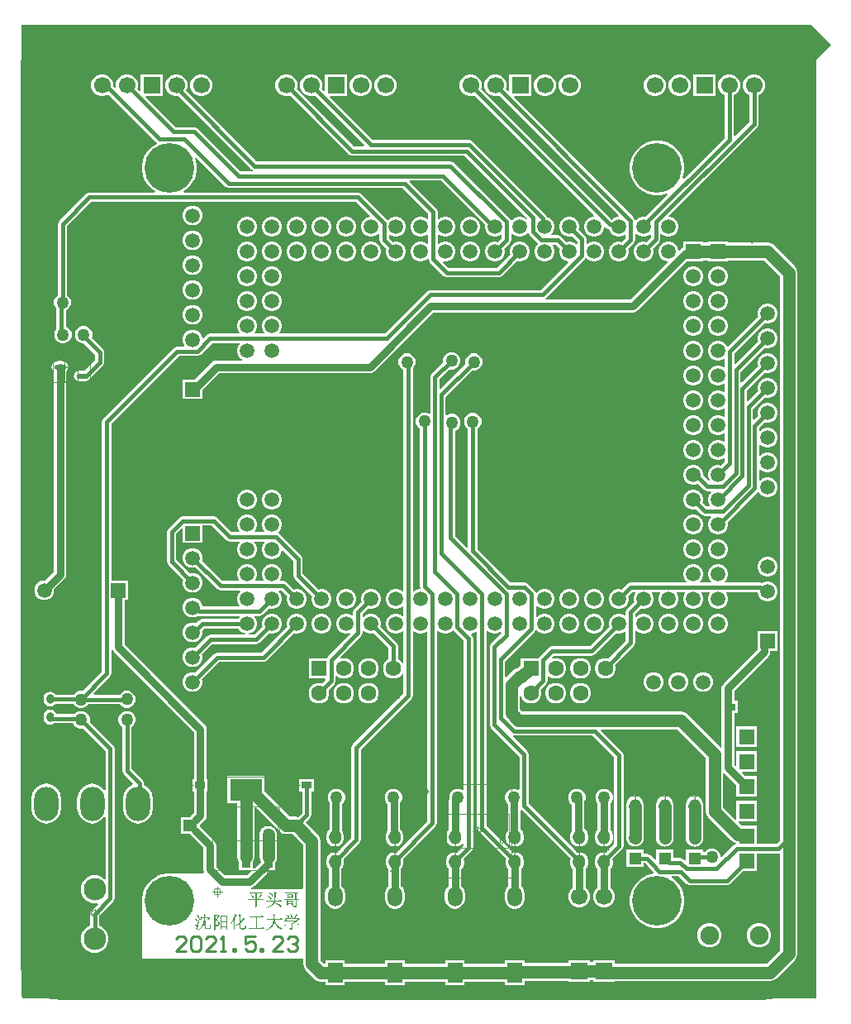
<source format=gtl>
G04*
G04 #@! TF.GenerationSoftware,Altium Limited,Altium Designer,22.3.1 (43)*
G04*
G04 Layer_Physical_Order=1*
G04 Layer_Color=255*
%FSLAX25Y25*%
%MOIN*%
G70*
G04*
G04 #@! TF.SameCoordinates,7771213D-0031-41E0-B7F0-5BACD8635ED2*
G04*
G04*
G04 #@! TF.FilePolarity,Positive*
G04*
G01*
G75*
%ADD12C,0.01000*%
%ADD13C,0.01500*%
%ADD20C,0.00394*%
%ADD21C,0.00100*%
%ADD22C,0.00197*%
%ADD23C,0.00300*%
%ADD24O,0.05000X0.06000*%
%ADD25R,0.05512X0.04724*%
%ADD26O,0.05512X0.04724*%
%ADD27R,0.04000X0.03000*%
%ADD28O,0.04000X0.03000*%
%ADD29R,0.05000X0.05000*%
%ADD30C,0.05000*%
%ADD31R,0.03000X0.04000*%
%ADD32O,0.03000X0.04000*%
%ADD33O,0.03740X0.09055*%
%ADD34R,0.03740X0.09055*%
%ADD35R,0.12992X0.09055*%
%ADD36R,0.05906X0.07874*%
%ADD37O,0.05906X0.07874*%
%ADD38O,0.04724X0.01968*%
%ADD66C,0.05000*%
%ADD67C,0.03000*%
%ADD68R,0.05906X0.05906*%
%ADD69C,0.05906*%
%ADD70R,0.05906X0.05906*%
%ADD71C,0.06693*%
%ADD72R,0.06693X0.06693*%
%ADD73C,0.20000*%
%ADD74R,0.06299X0.06299*%
%ADD75C,0.06299*%
%ADD76O,0.09843X0.13780*%
%ADD77C,0.09055*%
%ADD78C,0.07480*%
%ADD79R,0.06299X0.06299*%
G36*
X326500Y384500D02*
X320500Y378500D01*
Y0D01*
X653D01*
X462Y462D01*
X500Y500D01*
X0Y1000D01*
Y392500D01*
X318500D01*
X326500Y384500D01*
D02*
G37*
%LPC*%
G36*
X131180Y372346D02*
X122487D01*
Y365679D01*
X122025Y365487D01*
X120945Y366568D01*
X121180Y367135D01*
Y368865D01*
X120518Y370462D01*
X119296Y371685D01*
X117698Y372346D01*
X115969D01*
X114371Y371685D01*
X113149Y370462D01*
X112487Y368865D01*
Y367135D01*
X113149Y365538D01*
X114371Y364315D01*
X115969Y363653D01*
X117698D01*
X118266Y363889D01*
X138295Y343859D01*
X138104Y343397D01*
X134115D01*
X110945Y366568D01*
X111180Y367135D01*
Y368865D01*
X110518Y370462D01*
X109295Y371685D01*
X107698Y372346D01*
X105969D01*
X104371Y371685D01*
X103149Y370462D01*
X102487Y368865D01*
Y367135D01*
X103149Y365538D01*
X104371Y364315D01*
X105969Y363653D01*
X107698D01*
X108266Y363889D01*
X131991Y340164D01*
X133330Y339609D01*
X178712D01*
X204037Y314284D01*
X204033Y314264D01*
X203491Y314099D01*
X203239Y314351D01*
X201786Y314953D01*
X200214D01*
X198761Y314351D01*
X197910Y313500D01*
X197320Y313617D01*
X197042Y314287D01*
X174490Y336839D01*
X173151Y337394D01*
X94785D01*
X66318Y365861D01*
X66847Y367135D01*
Y368865D01*
X66185Y370462D01*
X64962Y371685D01*
X63365Y372346D01*
X61635D01*
X60038Y371685D01*
X58815Y370462D01*
X58153Y368865D01*
Y367135D01*
X58815Y365538D01*
X60038Y364315D01*
X61635Y363653D01*
X63168D01*
X92661Y334161D01*
X93304Y333894D01*
X93204Y333394D01*
X88285D01*
X71086Y350593D01*
X69747Y351147D01*
X62031D01*
X49987Y363192D01*
X50178Y363653D01*
X56846D01*
Y372346D01*
X48154D01*
Y365679D01*
X47692Y365487D01*
X46611Y366568D01*
X46846Y367135D01*
Y368865D01*
X46185Y370462D01*
X44962Y371685D01*
X43365Y372346D01*
X41635D01*
X40038Y371685D01*
X38815Y370462D01*
X38154Y368865D01*
Y367232D01*
X37732Y366947D01*
X36846Y367832D01*
Y368865D01*
X36185Y370462D01*
X34962Y371685D01*
X33365Y372346D01*
X31635D01*
X30038Y371685D01*
X28815Y370462D01*
X28154Y368865D01*
Y367135D01*
X28815Y365538D01*
X30038Y364315D01*
X31635Y363653D01*
X33365D01*
X34962Y364315D01*
X34984Y364337D01*
X54265Y345056D01*
X54490Y344963D01*
X54570Y344432D01*
X52866Y343448D01*
X50818Y341400D01*
X49370Y338891D01*
X48620Y336094D01*
Y333197D01*
X49370Y330400D01*
X50818Y327891D01*
X52866Y325843D01*
X53854Y325273D01*
X53725Y324790D01*
X27396D01*
X26056Y324235D01*
X15161Y313339D01*
X14606Y312000D01*
Y283504D01*
X14517Y283467D01*
X13533Y282483D01*
X13000Y281196D01*
Y279804D01*
X13533Y278517D01*
X14106Y277944D01*
Y269766D01*
X13803Y269463D01*
X13270Y268176D01*
Y266784D01*
X13803Y265497D01*
X14787Y264513D01*
X16074Y263980D01*
X17466D01*
X18753Y264513D01*
X19737Y265497D01*
X20270Y266784D01*
Y268176D01*
X19737Y269463D01*
X18753Y270447D01*
X17894Y270803D01*
Y277289D01*
X18483Y277533D01*
X19467Y278517D01*
X20000Y279804D01*
Y281196D01*
X19467Y282483D01*
X18483Y283467D01*
X18394Y283504D01*
Y311215D01*
X28180Y321001D01*
X134970D01*
X140557Y315415D01*
X140366Y314953D01*
X140214D01*
X138761Y314351D01*
X137649Y313239D01*
X137047Y311786D01*
Y310214D01*
X137649Y308761D01*
X138761Y307649D01*
X140214Y307047D01*
X141786D01*
X143239Y307649D01*
X143903Y308313D01*
X144403Y308106D01*
Y305703D01*
X144958Y304363D01*
X147190Y302131D01*
X147047Y301786D01*
Y300214D01*
X147649Y298761D01*
X148761Y297649D01*
X150214Y297047D01*
X151786D01*
X153239Y297649D01*
X154351Y298761D01*
X154953Y300214D01*
Y301786D01*
X154351Y303239D01*
X153239Y304351D01*
X151786Y304953D01*
X150214D01*
X149869Y304810D01*
X148191Y306487D01*
Y307565D01*
X148653Y307757D01*
X148761Y307649D01*
X150214Y307047D01*
X151786D01*
X153239Y307649D01*
X154351Y308761D01*
X154953Y310214D01*
Y311786D01*
X154351Y313239D01*
X153239Y314351D01*
X151786Y314953D01*
X150214D01*
X148761Y314351D01*
X148026Y313615D01*
X147637Y313693D01*
X137094Y324235D01*
X135755Y324790D01*
X65515D01*
X65386Y325273D01*
X66374Y325843D01*
X68422Y327891D01*
X69870Y330400D01*
X70620Y333197D01*
Y336094D01*
X69924Y338690D01*
X70373Y338948D01*
X82161Y327161D01*
X83500Y326606D01*
X153715D01*
X164106Y316215D01*
Y314138D01*
X163644Y313946D01*
X163239Y314351D01*
X161786Y314953D01*
X160214D01*
X158761Y314351D01*
X157649Y313239D01*
X157047Y311786D01*
Y310214D01*
X157649Y308761D01*
X158761Y307649D01*
X160214Y307047D01*
X161786D01*
X163239Y307649D01*
X163644Y308054D01*
X164106Y307862D01*
Y304137D01*
X163644Y303946D01*
X163239Y304351D01*
X161786Y304953D01*
X160214D01*
X158761Y304351D01*
X157649Y303239D01*
X157047Y301786D01*
Y300214D01*
X157649Y298761D01*
X158761Y297649D01*
X160214Y297047D01*
X161786D01*
X163239Y297649D01*
X163644Y298054D01*
X164162Y297865D01*
X164661Y296661D01*
X170161Y291161D01*
X171500Y290606D01*
X192500D01*
X193839Y291161D01*
X199869Y297190D01*
X200214Y297047D01*
X201786D01*
X203239Y297649D01*
X204351Y298761D01*
X204953Y300214D01*
Y301786D01*
X204351Y303239D01*
X203239Y304351D01*
X201786Y304953D01*
X200214D01*
X198761Y304351D01*
X197649Y303239D01*
X197047Y301786D01*
Y300214D01*
X197190Y299869D01*
X191715Y294394D01*
X172285D01*
X170073Y296605D01*
X170339Y297047D01*
X171786D01*
X173239Y297649D01*
X174351Y298761D01*
X174953Y300214D01*
Y301786D01*
X174351Y303239D01*
X173239Y304351D01*
X171786Y304953D01*
X170214D01*
X168761Y304351D01*
X168356Y303946D01*
X167894Y304137D01*
Y307862D01*
X168356Y308054D01*
X168761Y307649D01*
X170214Y307047D01*
X171786D01*
X173239Y307649D01*
X174351Y308761D01*
X174953Y310214D01*
Y311786D01*
X174351Y313239D01*
X173239Y314351D01*
X171786Y314953D01*
X170214D01*
X168761Y314351D01*
X168356Y313946D01*
X167894Y314138D01*
Y317000D01*
X167339Y318339D01*
X156535Y329144D01*
X156726Y329606D01*
X169180D01*
X187047Y311738D01*
Y310214D01*
X187649Y308761D01*
X188761Y307649D01*
X190214Y307047D01*
X191786D01*
X193239Y307649D01*
X193347Y307757D01*
X193809Y307565D01*
Y306487D01*
X192131Y304810D01*
X191786Y304953D01*
X190214D01*
X188761Y304351D01*
X187649Y303239D01*
X187047Y301786D01*
Y300214D01*
X187649Y298761D01*
X188761Y297649D01*
X190214Y297047D01*
X191786D01*
X193239Y297649D01*
X194351Y298761D01*
X194953Y300214D01*
Y301786D01*
X194810Y302131D01*
X197042Y304363D01*
X197597Y305703D01*
Y308106D01*
X198097Y308313D01*
X198761Y307649D01*
X200214Y307047D01*
X201786D01*
X203239Y307649D01*
X204090Y308500D01*
X204680Y308383D01*
X204958Y307713D01*
X208307Y304363D01*
X208384Y303975D01*
X207649Y303239D01*
X207047Y301786D01*
Y300214D01*
X207649Y298761D01*
X208761Y297649D01*
X210214Y297047D01*
X211786D01*
X213239Y297649D01*
X214351Y298761D01*
X214953Y300214D01*
Y301786D01*
X214351Y303239D01*
X214243Y303347D01*
X214435Y303809D01*
X215513D01*
X217190Y302131D01*
X217047Y301786D01*
Y300214D01*
X217649Y298761D01*
X218761Y297649D01*
X220214Y297047D01*
X220366D01*
X220557Y296585D01*
X209392Y285420D01*
X164930D01*
X163591Y284865D01*
X146619Y267894D01*
X104138D01*
X103946Y268356D01*
X104351Y268761D01*
X104953Y270214D01*
Y271786D01*
X104351Y273239D01*
X103239Y274351D01*
X101786Y274953D01*
X100214D01*
X98761Y274351D01*
X97649Y273239D01*
X97047Y271786D01*
Y270214D01*
X97649Y268761D01*
X98054Y268356D01*
X97862Y267894D01*
X94138D01*
X93946Y268356D01*
X94351Y268761D01*
X94953Y270214D01*
Y271786D01*
X94351Y273239D01*
X93239Y274351D01*
X91786Y274953D01*
X90214D01*
X88761Y274351D01*
X87649Y273239D01*
X87047Y271786D01*
Y270214D01*
X87649Y268761D01*
X88054Y268356D01*
X87862Y267894D01*
X76151D01*
X74811Y267339D01*
X73415Y265943D01*
X72953Y266134D01*
Y266286D01*
X72351Y267739D01*
X71239Y268851D01*
X69786Y269453D01*
X68214D01*
X66761Y268851D01*
X65649Y267739D01*
X65047Y266286D01*
Y264714D01*
X65649Y263261D01*
X65757Y263153D01*
X65565Y262691D01*
X62797D01*
X61458Y262137D01*
X33041Y233719D01*
X32486Y232380D01*
Y131665D01*
X24785Y123963D01*
X24696Y124000D01*
X23304D01*
X22017Y123467D01*
X21033Y122483D01*
X21027Y122469D01*
X13625D01*
X13302Y122952D01*
X12475Y123505D01*
X11500Y123699D01*
X10525Y123505D01*
X9698Y122952D01*
X9145Y122125D01*
X8951Y121150D01*
Y120150D01*
X9145Y119175D01*
X9698Y118348D01*
X10525Y117795D01*
X11500Y117601D01*
X12475Y117795D01*
X13302Y118348D01*
X13525Y118681D01*
X20965D01*
X21033Y118517D01*
X22017Y117533D01*
X23304Y117000D01*
X24696D01*
X25983Y117533D01*
X26967Y118517D01*
X27004Y118606D01*
X39500D01*
X39533Y118527D01*
X40517Y117543D01*
X41804Y117010D01*
X43196D01*
X44483Y117543D01*
X45467Y118527D01*
X46000Y119814D01*
Y121206D01*
X45467Y122493D01*
X44483Y123477D01*
X43196Y124010D01*
X41804D01*
X40517Y123477D01*
X39533Y122493D01*
X39492Y122394D01*
X29226D01*
X29035Y122856D01*
X35719Y129541D01*
X36274Y130880D01*
Y140435D01*
X36491Y140507D01*
X36774Y140518D01*
X37280Y139760D01*
X69601Y107439D01*
Y88500D01*
X69150D01*
Y83500D01*
X69601D01*
Y74865D01*
X68204Y73467D01*
X67905Y73021D01*
X64244D01*
Y66297D01*
X67905D01*
X68204Y65851D01*
X73451Y60603D01*
Y52000D01*
X73645Y51025D01*
X73701Y50941D01*
X73465Y50500D01*
X59500D01*
X59370Y50370D01*
X58172D01*
X55374Y49620D01*
X52866Y48172D01*
X50818Y46124D01*
X49370Y43616D01*
X48620Y40818D01*
Y39620D01*
X48500Y39500D01*
Y16000D01*
X113500D01*
X113559Y15525D01*
Y13872D01*
X113831Y12506D01*
X114605Y11349D01*
X118129Y7825D01*
X119286Y7051D01*
X120652Y6779D01*
X122547D01*
Y5411D01*
X130453D01*
Y6779D01*
X146714D01*
Y5411D01*
X154619D01*
Y6779D01*
X170881D01*
Y5411D01*
X178786D01*
Y6779D01*
X195047D01*
Y5411D01*
X202953D01*
Y7105D01*
X220654D01*
Y6654D01*
X229346D01*
Y7431D01*
X230654D01*
Y6654D01*
X239347D01*
Y6931D01*
X302000D01*
X303366Y7203D01*
X304523Y7977D01*
X312023Y15477D01*
X312797Y16634D01*
X313069Y18000D01*
Y64500D01*
Y292500D01*
X312797Y293866D01*
X312023Y295023D01*
X303523Y303523D01*
X302366Y304297D01*
X301000Y304569D01*
X284953D01*
Y304953D01*
X277047D01*
Y304569D01*
X274953D01*
Y304953D01*
X267047D01*
Y302710D01*
X266353Y302246D01*
X265415Y301308D01*
X264953Y301500D01*
Y301786D01*
X264351Y303239D01*
X263239Y304351D01*
X261786Y304953D01*
X260214D01*
X258761Y304351D01*
X257649Y303239D01*
X257047Y301786D01*
Y300214D01*
X257649Y298761D01*
X258761Y297649D01*
X260214Y297047D01*
X260501D01*
X260692Y296585D01*
X245655Y281549D01*
X211283D01*
X211184Y282049D01*
X211516Y282187D01*
X227393Y298063D01*
X227465Y298238D01*
X228017Y298393D01*
X228761Y297649D01*
X230214Y297047D01*
X231786D01*
X233239Y297649D01*
X234351Y298761D01*
X234953Y300214D01*
Y301786D01*
X234351Y303239D01*
X233239Y304351D01*
X231786Y304953D01*
X230214D01*
X228761Y304351D01*
X228410Y303999D01*
X227947Y304191D01*
Y305947D01*
X227393Y307286D01*
X224810Y309869D01*
X224953Y310214D01*
Y311786D01*
X224351Y313239D01*
X223239Y314351D01*
X221786Y314953D01*
X220214D01*
X218761Y314351D01*
X217649Y313239D01*
X217047Y311786D01*
Y310214D01*
X217649Y308761D01*
X218761Y307649D01*
X220214Y307047D01*
X221786D01*
X222131Y307190D01*
X224159Y305162D01*
Y304084D01*
X223697Y303893D01*
X223239Y304351D01*
X221786Y304953D01*
X220214D01*
X219869Y304810D01*
X217637Y307042D01*
X216297Y307597D01*
X213894D01*
X213687Y308097D01*
X214351Y308761D01*
X214953Y310214D01*
Y311786D01*
X214351Y313239D01*
X213239Y314351D01*
X211819Y314939D01*
X211496Y315718D01*
X181872Y345343D01*
X180532Y345897D01*
X141615D01*
X124321Y363192D01*
X124512Y363653D01*
X131180D01*
Y372346D01*
D02*
G37*
G36*
X279847D02*
X271153D01*
Y363653D01*
X279847D01*
Y372346D01*
D02*
G37*
G36*
X266365D02*
X264635D01*
X263038Y371685D01*
X261815Y370462D01*
X261154Y368865D01*
Y367135D01*
X261815Y365538D01*
X263038Y364315D01*
X264635Y363653D01*
X266365D01*
X267962Y364315D01*
X269185Y365538D01*
X269847Y367135D01*
Y368865D01*
X269185Y370462D01*
X267962Y371685D01*
X266365Y372346D01*
D02*
G37*
G36*
X256365D02*
X254635D01*
X253038Y371685D01*
X251815Y370462D01*
X251153Y368865D01*
Y367135D01*
X251815Y365538D01*
X253038Y364315D01*
X254635Y363653D01*
X256365D01*
X257962Y364315D01*
X259185Y365538D01*
X259846Y367135D01*
Y368865D01*
X259185Y370462D01*
X257962Y371685D01*
X256365Y372346D01*
D02*
G37*
G36*
X222031D02*
X220302D01*
X218705Y371685D01*
X217482Y370462D01*
X216820Y368865D01*
Y367135D01*
X217482Y365538D01*
X218705Y364315D01*
X220302Y363653D01*
X222031D01*
X223629Y364315D01*
X224851Y365538D01*
X225513Y367135D01*
Y368865D01*
X224851Y370462D01*
X223629Y371685D01*
X222031Y372346D01*
D02*
G37*
G36*
X212031D02*
X210302D01*
X208704Y371685D01*
X207482Y370462D01*
X206820Y368865D01*
Y367135D01*
X207482Y365538D01*
X208704Y364315D01*
X210302Y363653D01*
X212031D01*
X213629Y364315D01*
X214851Y365538D01*
X215513Y367135D01*
Y368865D01*
X214851Y370462D01*
X213629Y371685D01*
X212031Y372346D01*
D02*
G37*
G36*
X147698D02*
X145969D01*
X144371Y371685D01*
X143149Y370462D01*
X142487Y368865D01*
Y367135D01*
X143149Y365538D01*
X144371Y364315D01*
X145969Y363653D01*
X147698D01*
X149295Y364315D01*
X150518Y365538D01*
X151180Y367135D01*
Y368865D01*
X150518Y370462D01*
X149295Y371685D01*
X147698Y372346D01*
D02*
G37*
G36*
X137698D02*
X135969D01*
X134371Y371685D01*
X133149Y370462D01*
X132487Y368865D01*
Y367135D01*
X133149Y365538D01*
X134371Y364315D01*
X135969Y363653D01*
X137698D01*
X139295Y364315D01*
X140518Y365538D01*
X141180Y367135D01*
Y368865D01*
X140518Y370462D01*
X139295Y371685D01*
X137698Y372346D01*
D02*
G37*
G36*
X73365D02*
X71635D01*
X70038Y371685D01*
X68815Y370462D01*
X68154Y368865D01*
Y367135D01*
X68815Y365538D01*
X70038Y364315D01*
X71635Y363653D01*
X73365D01*
X74962Y364315D01*
X76185Y365538D01*
X76846Y367135D01*
Y368865D01*
X76185Y370462D01*
X74962Y371685D01*
X73365Y372346D01*
D02*
G37*
G36*
X296365D02*
X294635D01*
X293038Y371685D01*
X291815Y370462D01*
X291154Y368865D01*
Y367135D01*
X291815Y365538D01*
X293038Y364315D01*
X293606Y364080D01*
Y353285D01*
X287856Y347535D01*
X287394Y347726D01*
Y364080D01*
X287962Y364315D01*
X289185Y365538D01*
X289846Y367135D01*
Y368865D01*
X289185Y370462D01*
X287962Y371685D01*
X286365Y372346D01*
X284635D01*
X283038Y371685D01*
X281815Y370462D01*
X281153Y368865D01*
Y367135D01*
X281815Y365538D01*
X283038Y364315D01*
X283606Y364080D01*
Y346820D01*
X267258Y330472D01*
X266810Y330731D01*
X267470Y333197D01*
Y336094D01*
X266721Y338891D01*
X265273Y341400D01*
X263225Y343448D01*
X260716Y344896D01*
X257919Y345646D01*
X255022D01*
X252225Y344896D01*
X249716Y343448D01*
X247668Y341400D01*
X246220Y338891D01*
X245470Y336094D01*
Y333197D01*
X246220Y330400D01*
X247668Y327891D01*
X249716Y325843D01*
X252225Y324395D01*
X255022Y323646D01*
X257919D01*
X260385Y324307D01*
X260644Y323858D01*
X251738Y314953D01*
X250214D01*
X248761Y314351D01*
X248059Y313649D01*
X247471Y313768D01*
X247042Y314803D01*
X198654Y363192D01*
X198845Y363653D01*
X205513D01*
Y372346D01*
X196820D01*
Y365679D01*
X196358Y365487D01*
X195278Y366568D01*
X195513Y367135D01*
Y368865D01*
X194851Y370462D01*
X193629Y371685D01*
X192031Y372346D01*
X190302D01*
X188705Y371685D01*
X187482Y370462D01*
X186820Y368865D01*
Y367135D01*
X187482Y365538D01*
X188705Y364315D01*
X190302Y363653D01*
X192031D01*
X192599Y363889D01*
X241073Y315415D01*
X240882Y314953D01*
X240214D01*
X238761Y314351D01*
X238147Y313737D01*
X238108D01*
X185278Y366568D01*
X185513Y367135D01*
Y368865D01*
X184851Y370462D01*
X183629Y371685D01*
X182031Y372346D01*
X180302D01*
X178705Y371685D01*
X177482Y370462D01*
X176820Y368865D01*
Y367135D01*
X177482Y365538D01*
X178705Y364315D01*
X180302Y363653D01*
X182031D01*
X182599Y363889D01*
X231073Y315415D01*
X230882Y314953D01*
X230214D01*
X228761Y314351D01*
X227649Y313239D01*
X227047Y311786D01*
Y310214D01*
X227649Y308761D01*
X228761Y307649D01*
X230214Y307047D01*
X231786D01*
X233239Y307649D01*
X234351Y308761D01*
X234953Y310214D01*
Y310882D01*
X235415Y311073D01*
X235984Y310504D01*
X237123Y310032D01*
X237649Y308761D01*
X238761Y307649D01*
X240214Y307047D01*
X241786D01*
X243239Y307649D01*
X243347Y307757D01*
X243809Y307565D01*
Y306487D01*
X242131Y304810D01*
X241786Y304953D01*
X240214D01*
X238761Y304351D01*
X237649Y303239D01*
X237047Y301786D01*
Y300214D01*
X237649Y298761D01*
X238761Y297649D01*
X240214Y297047D01*
X241786D01*
X243239Y297649D01*
X244351Y298761D01*
X244953Y300214D01*
Y301786D01*
X244810Y302131D01*
X247042Y304363D01*
X247597Y305703D01*
Y308106D01*
X248097Y308313D01*
X248761Y307649D01*
X250214Y307047D01*
X251786D01*
X253239Y307649D01*
X253565Y307975D01*
X254027Y307784D01*
Y306706D01*
X252131Y304810D01*
X251786Y304953D01*
X250214D01*
X248761Y304351D01*
X247649Y303239D01*
X247047Y301786D01*
Y300214D01*
X247649Y298761D01*
X248761Y297649D01*
X250214Y297047D01*
X251786D01*
X253239Y297649D01*
X254351Y298761D01*
X254953Y300214D01*
Y301786D01*
X254810Y302131D01*
X257261Y304582D01*
X257816Y305922D01*
Y307941D01*
X258278Y308132D01*
X258761Y307649D01*
X260214Y307047D01*
X261786D01*
X263239Y307649D01*
X264351Y308761D01*
X264953Y310214D01*
Y311786D01*
X264351Y313239D01*
X263239Y314351D01*
X261786Y314953D01*
X261285D01*
X261093Y315415D01*
X296839Y351161D01*
X297394Y352500D01*
Y364080D01*
X297962Y364315D01*
X299185Y365538D01*
X299847Y367135D01*
Y368865D01*
X299185Y370462D01*
X297962Y371685D01*
X296365Y372346D01*
D02*
G37*
G36*
X69786Y319453D02*
X68214D01*
X66761Y318851D01*
X65649Y317739D01*
X65047Y316286D01*
Y314714D01*
X65649Y313261D01*
X66761Y312149D01*
X68214Y311547D01*
X69786D01*
X71239Y312149D01*
X72351Y313261D01*
X72953Y314714D01*
Y316286D01*
X72351Y317739D01*
X71239Y318851D01*
X69786Y319453D01*
D02*
G37*
G36*
X181786Y314953D02*
X180214D01*
X178761Y314351D01*
X177649Y313239D01*
X177047Y311786D01*
Y310214D01*
X177649Y308761D01*
X178761Y307649D01*
X180214Y307047D01*
X181786D01*
X183239Y307649D01*
X184351Y308761D01*
X184953Y310214D01*
Y311786D01*
X184351Y313239D01*
X183239Y314351D01*
X181786Y314953D01*
D02*
G37*
G36*
X131786D02*
X130214D01*
X128761Y314351D01*
X127649Y313239D01*
X127047Y311786D01*
Y310214D01*
X127649Y308761D01*
X128761Y307649D01*
X130214Y307047D01*
X131786D01*
X133239Y307649D01*
X134351Y308761D01*
X134953Y310214D01*
Y311786D01*
X134351Y313239D01*
X133239Y314351D01*
X131786Y314953D01*
D02*
G37*
G36*
X121786D02*
X120214D01*
X118761Y314351D01*
X117649Y313239D01*
X117047Y311786D01*
Y310214D01*
X117649Y308761D01*
X118761Y307649D01*
X120214Y307047D01*
X121786D01*
X123239Y307649D01*
X124351Y308761D01*
X124953Y310214D01*
Y311786D01*
X124351Y313239D01*
X123239Y314351D01*
X121786Y314953D01*
D02*
G37*
G36*
X111786D02*
X110214D01*
X108761Y314351D01*
X107649Y313239D01*
X107047Y311786D01*
Y310214D01*
X107649Y308761D01*
X108761Y307649D01*
X110214Y307047D01*
X111786D01*
X113239Y307649D01*
X114351Y308761D01*
X114953Y310214D01*
Y311786D01*
X114351Y313239D01*
X113239Y314351D01*
X111786Y314953D01*
D02*
G37*
G36*
X101786D02*
X100214D01*
X98761Y314351D01*
X97649Y313239D01*
X97047Y311786D01*
Y310214D01*
X97649Y308761D01*
X98761Y307649D01*
X100214Y307047D01*
X101786D01*
X103239Y307649D01*
X104351Y308761D01*
X104953Y310214D01*
Y311786D01*
X104351Y313239D01*
X103239Y314351D01*
X101786Y314953D01*
D02*
G37*
G36*
X91786D02*
X90214D01*
X88761Y314351D01*
X87649Y313239D01*
X87047Y311786D01*
Y310214D01*
X87649Y308761D01*
X88761Y307649D01*
X90214Y307047D01*
X91786D01*
X93239Y307649D01*
X94351Y308761D01*
X94953Y310214D01*
Y311786D01*
X94351Y313239D01*
X93239Y314351D01*
X91786Y314953D01*
D02*
G37*
G36*
X69786Y309453D02*
X68214D01*
X66761Y308851D01*
X65649Y307739D01*
X65047Y306286D01*
Y304714D01*
X65649Y303261D01*
X66761Y302149D01*
X68214Y301547D01*
X69786D01*
X71239Y302149D01*
X72351Y303261D01*
X72953Y304714D01*
Y306286D01*
X72351Y307739D01*
X71239Y308851D01*
X69786Y309453D01*
D02*
G37*
G36*
X181786Y304953D02*
X180214D01*
X178761Y304351D01*
X177649Y303239D01*
X177047Y301786D01*
Y300214D01*
X177649Y298761D01*
X178761Y297649D01*
X180214Y297047D01*
X181786D01*
X183239Y297649D01*
X184351Y298761D01*
X184953Y300214D01*
Y301786D01*
X184351Y303239D01*
X183239Y304351D01*
X181786Y304953D01*
D02*
G37*
G36*
X141786D02*
X140214D01*
X138761Y304351D01*
X137649Y303239D01*
X137047Y301786D01*
Y300214D01*
X137649Y298761D01*
X138761Y297649D01*
X140214Y297047D01*
X141786D01*
X143239Y297649D01*
X144351Y298761D01*
X144953Y300214D01*
Y301786D01*
X144351Y303239D01*
X143239Y304351D01*
X141786Y304953D01*
D02*
G37*
G36*
X131786D02*
X130214D01*
X128761Y304351D01*
X127649Y303239D01*
X127047Y301786D01*
Y300214D01*
X127649Y298761D01*
X128761Y297649D01*
X130214Y297047D01*
X131786D01*
X133239Y297649D01*
X134351Y298761D01*
X134953Y300214D01*
Y301786D01*
X134351Y303239D01*
X133239Y304351D01*
X131786Y304953D01*
D02*
G37*
G36*
X121786D02*
X120214D01*
X118761Y304351D01*
X117649Y303239D01*
X117047Y301786D01*
Y300214D01*
X117649Y298761D01*
X118761Y297649D01*
X120214Y297047D01*
X121786D01*
X123239Y297649D01*
X124351Y298761D01*
X124953Y300214D01*
Y301786D01*
X124351Y303239D01*
X123239Y304351D01*
X121786Y304953D01*
D02*
G37*
G36*
X111786D02*
X110214D01*
X108761Y304351D01*
X107649Y303239D01*
X107047Y301786D01*
Y300214D01*
X107649Y298761D01*
X108761Y297649D01*
X110214Y297047D01*
X111786D01*
X113239Y297649D01*
X114351Y298761D01*
X114953Y300214D01*
Y301786D01*
X114351Y303239D01*
X113239Y304351D01*
X111786Y304953D01*
D02*
G37*
G36*
X101786D02*
X100214D01*
X98761Y304351D01*
X97649Y303239D01*
X97047Y301786D01*
Y300214D01*
X97649Y298761D01*
X98761Y297649D01*
X100214Y297047D01*
X101786D01*
X103239Y297649D01*
X104351Y298761D01*
X104953Y300214D01*
Y301786D01*
X104351Y303239D01*
X103239Y304351D01*
X101786Y304953D01*
D02*
G37*
G36*
X91786D02*
X90214D01*
X88761Y304351D01*
X87649Y303239D01*
X87047Y301786D01*
Y300214D01*
X87649Y298761D01*
X88761Y297649D01*
X90214Y297047D01*
X91786D01*
X93239Y297649D01*
X94351Y298761D01*
X94953Y300214D01*
Y301786D01*
X94351Y303239D01*
X93239Y304351D01*
X91786Y304953D01*
D02*
G37*
G36*
X69786Y299453D02*
X68214D01*
X66761Y298851D01*
X65649Y297739D01*
X65047Y296286D01*
Y294714D01*
X65649Y293261D01*
X66761Y292149D01*
X68214Y291547D01*
X69786D01*
X71239Y292149D01*
X72351Y293261D01*
X72953Y294714D01*
Y296286D01*
X72351Y297739D01*
X71239Y298851D01*
X69786Y299453D01*
D02*
G37*
G36*
X101786Y294953D02*
X100214D01*
X98761Y294351D01*
X97649Y293239D01*
X97047Y291786D01*
Y290214D01*
X97649Y288761D01*
X98761Y287649D01*
X100214Y287047D01*
X101786D01*
X103239Y287649D01*
X104351Y288761D01*
X104953Y290214D01*
Y291786D01*
X104351Y293239D01*
X103239Y294351D01*
X101786Y294953D01*
D02*
G37*
G36*
X91786D02*
X90214D01*
X88761Y294351D01*
X87649Y293239D01*
X87047Y291786D01*
Y290214D01*
X87649Y288761D01*
X88761Y287649D01*
X90214Y287047D01*
X91786D01*
X93239Y287649D01*
X94351Y288761D01*
X94953Y290214D01*
Y291786D01*
X94351Y293239D01*
X93239Y294351D01*
X91786Y294953D01*
D02*
G37*
G36*
X69786Y289453D02*
X68214D01*
X66761Y288851D01*
X65649Y287739D01*
X65047Y286286D01*
Y284714D01*
X65649Y283261D01*
X66761Y282149D01*
X68214Y281547D01*
X69786D01*
X71239Y282149D01*
X72351Y283261D01*
X72953Y284714D01*
Y286286D01*
X72351Y287739D01*
X71239Y288851D01*
X69786Y289453D01*
D02*
G37*
G36*
X101786Y284953D02*
X100214D01*
X98761Y284351D01*
X97649Y283239D01*
X97047Y281786D01*
Y280214D01*
X97649Y278761D01*
X98761Y277649D01*
X100214Y277047D01*
X101786D01*
X103239Y277649D01*
X104351Y278761D01*
X104953Y280214D01*
Y281786D01*
X104351Y283239D01*
X103239Y284351D01*
X101786Y284953D01*
D02*
G37*
G36*
X91786D02*
X90214D01*
X88761Y284351D01*
X87649Y283239D01*
X87047Y281786D01*
Y280214D01*
X87649Y278761D01*
X88761Y277649D01*
X90214Y277047D01*
X91786D01*
X93239Y277649D01*
X94351Y278761D01*
X94953Y280214D01*
Y281786D01*
X94351Y283239D01*
X93239Y284351D01*
X91786Y284953D01*
D02*
G37*
G36*
X69786Y279453D02*
X68214D01*
X66761Y278851D01*
X65649Y277739D01*
X65047Y276286D01*
Y274714D01*
X65649Y273261D01*
X66761Y272149D01*
X68214Y271547D01*
X69786D01*
X71239Y272149D01*
X72351Y273261D01*
X72953Y274714D01*
Y276286D01*
X72351Y277739D01*
X71239Y278851D01*
X69786Y279453D01*
D02*
G37*
G36*
X25696Y271000D02*
X24304D01*
X23017Y270467D01*
X22033Y269483D01*
X21500Y268196D01*
Y266804D01*
X22033Y265517D01*
X23017Y264533D01*
X24304Y264000D01*
X25071D01*
X29606Y259465D01*
Y257166D01*
X25347Y252907D01*
X23122D01*
X21603Y252278D01*
X20974Y250760D01*
X21603Y249241D01*
X23122Y248612D01*
X25878D01*
X27397Y249241D01*
X27650Y249853D01*
X32839Y255043D01*
X33394Y256382D01*
Y260250D01*
X32839Y261589D01*
X28244Y266185D01*
X28500Y266804D01*
Y268196D01*
X27967Y269483D01*
X26983Y270467D01*
X25696Y271000D01*
D02*
G37*
G36*
X15500Y257049D02*
X14525Y256855D01*
X14214Y256648D01*
X14122D01*
X12603Y256019D01*
X11974Y254500D01*
X12603Y252981D01*
X12951Y252837D01*
Y171894D01*
X9509Y168453D01*
X8375D01*
X6922Y167851D01*
X5810Y166739D01*
X5209Y165286D01*
Y163714D01*
X5810Y162261D01*
X6922Y161149D01*
X8375Y160547D01*
X9948D01*
X11400Y161149D01*
X12513Y162261D01*
X13114Y163714D01*
Y164848D01*
X17302Y169036D01*
X17855Y169863D01*
X18049Y170838D01*
Y252837D01*
X18397Y252981D01*
X19026Y254500D01*
X18397Y256019D01*
X16878Y256648D01*
X16786D01*
X16476Y256855D01*
X15500Y257049D01*
D02*
G37*
G36*
X11500Y116399D02*
X10525Y116205D01*
X9698Y115652D01*
X9145Y114825D01*
X8951Y113850D01*
Y112850D01*
X9145Y111874D01*
X9698Y111048D01*
X10525Y110495D01*
X11500Y110301D01*
X12475Y110495D01*
X13105Y110916D01*
X20793D01*
X21053Y110287D01*
X22037Y109303D01*
X23324Y108770D01*
X24716D01*
X24805Y108807D01*
X33883Y99728D01*
Y83937D01*
X33405Y83792D01*
X32773Y84737D01*
X30814Y86046D01*
X28504Y86506D01*
X26194Y86046D01*
X24235Y84737D01*
X22926Y82779D01*
X22467Y80468D01*
Y76531D01*
X22926Y74221D01*
X24235Y72263D01*
X26194Y70954D01*
X28504Y70494D01*
X30814Y70954D01*
X32773Y72263D01*
X33405Y73208D01*
X33883Y73063D01*
Y48087D01*
X33421Y47896D01*
X32631Y48686D01*
X30599Y49528D01*
X28400D01*
X26369Y48686D01*
X24814Y47131D01*
X23972Y45099D01*
Y42900D01*
X24814Y40869D01*
X26369Y39314D01*
X28400Y38472D01*
X30536D01*
X30845Y38074D01*
X28161Y35390D01*
X27606Y34050D01*
Y29198D01*
X26369Y28686D01*
X24814Y27131D01*
X23972Y25100D01*
Y22900D01*
X24814Y20869D01*
X26369Y19314D01*
X28400Y18472D01*
X30599D01*
X32631Y19314D01*
X34186Y20869D01*
X35028Y22900D01*
Y25100D01*
X34186Y27131D01*
X32631Y28686D01*
X31394Y29198D01*
Y33266D01*
X37117Y38988D01*
X37672Y40328D01*
Y100512D01*
X37117Y101852D01*
X27483Y111485D01*
X27520Y111574D01*
Y112966D01*
X26987Y114253D01*
X26003Y115237D01*
X24716Y115770D01*
X23324D01*
X22037Y115237D01*
X21504Y114704D01*
X13879D01*
X13855Y114825D01*
X13302Y115652D01*
X12475Y116205D01*
X11500Y116399D01*
D02*
G37*
G36*
X43216Y115780D02*
X41824D01*
X40537Y115247D01*
X39553Y114263D01*
X39020Y112976D01*
Y111584D01*
X39553Y110297D01*
X40537Y109313D01*
X40626Y109276D01*
Y91626D01*
X41181Y90287D01*
X44926Y86541D01*
X44781Y86063D01*
X44698Y86046D01*
X42739Y84737D01*
X41430Y82779D01*
X40971Y80468D01*
Y76531D01*
X41430Y74221D01*
X42739Y72263D01*
X44698Y70954D01*
X47008Y70494D01*
X49318Y70954D01*
X51277Y72263D01*
X52586Y74221D01*
X53045Y76531D01*
Y80468D01*
X52586Y82779D01*
X51277Y84737D01*
X49398Y85993D01*
Y86642D01*
X48843Y87982D01*
X44414Y92411D01*
Y109276D01*
X44503Y109313D01*
X45487Y110297D01*
X46020Y111584D01*
Y112976D01*
X45487Y114263D01*
X44503Y115247D01*
X43216Y115780D01*
D02*
G37*
G36*
X10000Y86506D02*
X7690Y86046D01*
X5731Y84737D01*
X4422Y82779D01*
X3963Y80468D01*
Y76531D01*
X4422Y74221D01*
X5731Y72263D01*
X7690Y70954D01*
X10000Y70494D01*
X12310Y70954D01*
X14269Y72263D01*
X15578Y74221D01*
X16037Y76531D01*
Y80468D01*
X15578Y82779D01*
X14269Y84737D01*
X12310Y86046D01*
X10000Y86506D01*
D02*
G37*
%LPD*%
G36*
X305931Y291022D02*
Y64500D01*
Y63610D01*
X304615Y62294D01*
X296650D01*
Y69650D01*
X292195D01*
X291850Y69718D01*
X290329D01*
X289158Y70889D01*
X289350Y71350D01*
X296650D01*
Y79650D01*
X288350D01*
Y72350D01*
X287889Y72158D01*
X283069Y76978D01*
Y90619D01*
X283569Y90827D01*
X288350Y86045D01*
Y81350D01*
X296650D01*
Y89650D01*
X291955D01*
X290716Y90889D01*
X290908Y91350D01*
X296650D01*
Y99650D01*
X288350D01*
Y93908D01*
X287889Y93716D01*
X287549Y94056D01*
Y115000D01*
X288850D01*
Y120000D01*
X287549D01*
Y123944D01*
X301350Y137745D01*
X301902Y138572D01*
X302096Y139547D01*
Y140047D01*
X304953D01*
Y147953D01*
X297047D01*
Y142794D01*
X296998Y142547D01*
Y140603D01*
X283198Y126802D01*
X282645Y125976D01*
X282451Y125000D01*
Y101198D01*
X281951Y101096D01*
X268523Y114523D01*
X267366Y115297D01*
X266000Y115569D01*
X201907D01*
X201069Y116407D01*
Y121548D01*
X201569Y121648D01*
X201982Y120649D01*
X203149Y119482D01*
X204675Y118850D01*
X206325D01*
X207851Y119482D01*
X209018Y120649D01*
X209650Y122175D01*
Y123825D01*
X209461Y124282D01*
X211739Y126560D01*
X212294Y127900D01*
Y129684D01*
X212756Y129876D01*
X213149Y129482D01*
X214675Y128850D01*
X216325D01*
X217851Y129482D01*
X219018Y130649D01*
X219650Y132175D01*
Y133825D01*
X219018Y135351D01*
X217851Y136518D01*
X216325Y137150D01*
X214675D01*
X214414Y137042D01*
X214136Y137457D01*
X214785Y138106D01*
X230000D01*
X231339Y138661D01*
X239869Y147190D01*
X240214Y147047D01*
X241786D01*
X243239Y147649D01*
X243347Y147757D01*
X243809Y147565D01*
Y143987D01*
X236782Y136961D01*
X236325Y137150D01*
X234675D01*
X233149Y136518D01*
X231982Y135351D01*
X231350Y133825D01*
Y132175D01*
X231982Y130649D01*
X233149Y129482D01*
X234675Y128850D01*
X236325D01*
X237851Y129482D01*
X239018Y130649D01*
X239650Y132175D01*
Y133825D01*
X239461Y134282D01*
X247042Y141863D01*
X247597Y143203D01*
Y148106D01*
X248097Y148313D01*
X248761Y147649D01*
X250214Y147047D01*
X251786D01*
X253239Y147649D01*
X254351Y148761D01*
X254953Y150214D01*
Y151786D01*
X254351Y153239D01*
X253239Y154351D01*
X251786Y154953D01*
X250214D01*
X248761Y154351D01*
X248097Y153687D01*
X247597Y153894D01*
Y154918D01*
X249869Y157190D01*
X250214Y157047D01*
X251786D01*
X253239Y157649D01*
X254351Y158761D01*
X254953Y160214D01*
Y161786D01*
X254351Y163239D01*
X254243Y163347D01*
X254435Y163809D01*
X257565D01*
X257757Y163347D01*
X257649Y163239D01*
X257047Y161786D01*
Y160214D01*
X257649Y158761D01*
X258761Y157649D01*
X260214Y157047D01*
X261786D01*
X263239Y157649D01*
X264351Y158761D01*
X264953Y160214D01*
Y161786D01*
X264351Y163239D01*
X264243Y163347D01*
X264435Y163809D01*
X267565D01*
X267757Y163347D01*
X267649Y163239D01*
X267047Y161786D01*
Y160214D01*
X267649Y158761D01*
X268761Y157649D01*
X270214Y157047D01*
X271786D01*
X273239Y157649D01*
X274351Y158761D01*
X274953Y160214D01*
Y161786D01*
X274351Y163239D01*
X274243Y163347D01*
X274435Y163809D01*
X277565D01*
X277757Y163347D01*
X277649Y163239D01*
X277047Y161786D01*
Y160214D01*
X277649Y158761D01*
X278761Y157649D01*
X280214Y157047D01*
X281786D01*
X283239Y157649D01*
X284351Y158761D01*
X284953Y160214D01*
Y161786D01*
X284351Y163239D01*
X284243Y163347D01*
X284435Y163809D01*
X297047D01*
Y163214D01*
X297649Y161761D01*
X298761Y160649D01*
X300214Y160047D01*
X301786D01*
X303239Y160649D01*
X304351Y161761D01*
X304953Y163214D01*
Y164786D01*
X304351Y166239D01*
X303239Y167351D01*
X301786Y167953D01*
X300214D01*
X298761Y167351D01*
X298743Y167333D01*
X298105Y167597D01*
X283894D01*
X283687Y168097D01*
X284351Y168761D01*
X284953Y170214D01*
Y171786D01*
X284351Y173239D01*
X283239Y174351D01*
X281786Y174953D01*
X280214D01*
X278761Y174351D01*
X277649Y173239D01*
X277047Y171786D01*
Y170214D01*
X277649Y168761D01*
X278313Y168097D01*
X278106Y167597D01*
X273894D01*
X273687Y168097D01*
X274351Y168761D01*
X274953Y170214D01*
Y171786D01*
X274351Y173239D01*
X273239Y174351D01*
X271786Y174953D01*
X270214D01*
X268761Y174351D01*
X267649Y173239D01*
X267047Y171786D01*
Y170214D01*
X267649Y168761D01*
X268313Y168097D01*
X268106Y167597D01*
X245703D01*
X244363Y167042D01*
X242131Y164810D01*
X241786Y164953D01*
X240214D01*
X238761Y164351D01*
X237649Y163239D01*
X237047Y161786D01*
Y160214D01*
X237649Y158761D01*
X238761Y157649D01*
X240214Y157047D01*
X241786D01*
X243239Y157649D01*
X244351Y158761D01*
X244953Y160214D01*
Y161786D01*
X244810Y162131D01*
X246487Y163809D01*
X247565D01*
X247757Y163347D01*
X247649Y163239D01*
X247047Y161786D01*
Y160214D01*
X247190Y159869D01*
X244363Y157042D01*
X243809Y155703D01*
Y154435D01*
X243347Y154243D01*
X243239Y154351D01*
X241786Y154953D01*
X240214D01*
X238761Y154351D01*
X237649Y153239D01*
X237047Y151786D01*
Y150214D01*
X237190Y149869D01*
X229215Y141894D01*
X214000D01*
X212661Y141339D01*
X209060Y137739D01*
X208816Y137150D01*
X201350D01*
Y134249D01*
X200176Y133074D01*
X199535Y132947D01*
X198377Y132173D01*
X195606Y129402D01*
X195144Y129593D01*
Y135815D01*
X207042Y147713D01*
X207320Y148383D01*
X207910Y148500D01*
X208761Y147649D01*
X210214Y147047D01*
X211786D01*
X213239Y147649D01*
X214351Y148761D01*
X214953Y150214D01*
Y151786D01*
X214351Y153239D01*
X213239Y154351D01*
X211786Y154953D01*
X210214D01*
X208761Y154351D01*
X208097Y153687D01*
X207597Y153894D01*
Y158106D01*
X208097Y158313D01*
X208761Y157649D01*
X210214Y157047D01*
X211786D01*
X213239Y157649D01*
X214351Y158761D01*
X214953Y160214D01*
Y161786D01*
X214351Y163239D01*
X213239Y164351D01*
X211786Y164953D01*
X210214D01*
X208761Y164351D01*
X207910Y163500D01*
X207320Y163617D01*
X207042Y164287D01*
X204287Y167042D01*
X202948Y167597D01*
X197268D01*
X183894Y180971D01*
Y229496D01*
X183983Y229533D01*
X184967Y230517D01*
X185500Y231804D01*
Y233196D01*
X184967Y234483D01*
X183983Y235467D01*
X182696Y236000D01*
X181304D01*
X180017Y235467D01*
X179033Y234483D01*
X178500Y233196D01*
Y231804D01*
X179033Y230517D01*
X180017Y229533D01*
X180106Y229496D01*
Y181877D01*
X179644Y181686D01*
X174894Y186435D01*
Y228831D01*
X175633Y229137D01*
X176618Y230122D01*
X177151Y231408D01*
Y232801D01*
X176618Y234087D01*
X175633Y235072D01*
X174347Y235605D01*
X172954D01*
X171668Y235072D01*
X171606Y235010D01*
X171144Y235201D01*
Y242465D01*
X181715Y253037D01*
X181804Y253000D01*
X183196D01*
X184483Y253533D01*
X185467Y254517D01*
X186000Y255804D01*
Y257196D01*
X185467Y258483D01*
X184483Y259467D01*
X183196Y260000D01*
X181804D01*
X180517Y259467D01*
X179533Y258483D01*
X179000Y257196D01*
Y255804D01*
X179037Y255715D01*
X169106Y245785D01*
X168644Y245976D01*
Y249465D01*
X172715Y253537D01*
X172804Y253500D01*
X174196D01*
X175483Y254033D01*
X176467Y255017D01*
X177000Y256304D01*
Y257696D01*
X176467Y258983D01*
X175483Y259967D01*
X174196Y260500D01*
X172804D01*
X171517Y259967D01*
X170533Y258983D01*
X170000Y257696D01*
Y256304D01*
X170037Y256215D01*
X165411Y251589D01*
X164856Y250250D01*
Y235758D01*
X164356Y235530D01*
X163196Y236010D01*
X161804D01*
X160517Y235478D01*
X159533Y234493D01*
X159000Y233207D01*
Y231814D01*
X159533Y230528D01*
X160517Y229543D01*
X160606Y229507D01*
Y166151D01*
X160930Y165368D01*
X160652Y164953D01*
X160214D01*
X158761Y164351D01*
X158356Y163946D01*
X157894Y164137D01*
Y253944D01*
X158467Y254517D01*
X159000Y255804D01*
Y257196D01*
X158467Y258483D01*
X157483Y259467D01*
X156196Y260000D01*
X154804D01*
X153517Y259467D01*
X152533Y258483D01*
X152000Y257196D01*
Y255804D01*
X152533Y254517D01*
X153517Y253533D01*
X154106Y253289D01*
Y164137D01*
X153644Y163946D01*
X153239Y164351D01*
X151786Y164953D01*
X150214D01*
X148761Y164351D01*
X147649Y163239D01*
X147047Y161786D01*
Y160214D01*
X147649Y158761D01*
X148761Y157649D01*
X150214Y157047D01*
X151786D01*
X153239Y157649D01*
X153644Y158054D01*
X154106Y157862D01*
Y154138D01*
X153644Y153946D01*
X153239Y154351D01*
X151786Y154953D01*
X150214D01*
X148761Y154351D01*
X147649Y153239D01*
X147047Y151786D01*
Y150214D01*
X147649Y148761D01*
X148761Y147649D01*
X150214Y147047D01*
X151786D01*
X153239Y147649D01*
X153644Y148054D01*
X154106Y147863D01*
Y135213D01*
X153615Y135115D01*
X153518Y135351D01*
X152351Y136518D01*
X151894Y136707D01*
Y142000D01*
X151339Y143339D01*
X144810Y149869D01*
X144953Y150214D01*
Y151786D01*
X144351Y153239D01*
X143239Y154351D01*
X141786Y154953D01*
X140214D01*
X138761Y154351D01*
X138097Y153687D01*
X137597Y153894D01*
Y154918D01*
X139869Y157190D01*
X140214Y157047D01*
X141786D01*
X143239Y157649D01*
X144351Y158761D01*
X144953Y160214D01*
Y161786D01*
X144351Y163239D01*
X143239Y164351D01*
X141786Y164953D01*
X140214D01*
X138761Y164351D01*
X137649Y163239D01*
X137047Y161786D01*
Y160214D01*
X137190Y159869D01*
X134363Y157042D01*
X133809Y155703D01*
Y154435D01*
X133347Y154243D01*
X133239Y154351D01*
X131786Y154953D01*
X130214D01*
X128761Y154351D01*
X127649Y153239D01*
X127047Y151786D01*
Y150214D01*
X127649Y148761D01*
X128761Y147649D01*
X130214Y147047D01*
X131786D01*
X132427Y147312D01*
X132710Y146889D01*
X123560Y137739D01*
X123316Y137150D01*
X115850D01*
Y128850D01*
X122465D01*
X122672Y128350D01*
X121282Y126961D01*
X120825Y127150D01*
X119175D01*
X117649Y126518D01*
X116482Y125351D01*
X115850Y123825D01*
Y122175D01*
X116482Y120649D01*
X117649Y119482D01*
X119175Y118850D01*
X120825D01*
X122351Y119482D01*
X123518Y120649D01*
X124150Y122175D01*
Y123825D01*
X123961Y124282D01*
X126239Y126560D01*
X126794Y127900D01*
Y129684D01*
X127256Y129876D01*
X127649Y129482D01*
X129175Y128850D01*
X130825D01*
X132351Y129482D01*
X133518Y130649D01*
X134150Y132175D01*
Y133825D01*
X133518Y135351D01*
X132351Y136518D01*
X130825Y137150D01*
X129175D01*
X128914Y137042D01*
X128636Y137457D01*
X137042Y145863D01*
X137597Y147203D01*
Y148106D01*
X138097Y148313D01*
X138761Y147649D01*
X140214Y147047D01*
X141786D01*
X142131Y147190D01*
X148106Y141215D01*
Y136707D01*
X147649Y136518D01*
X146482Y135351D01*
X145850Y133825D01*
Y132175D01*
X146482Y130649D01*
X147649Y129482D01*
X149175Y128850D01*
X150825D01*
X152351Y129482D01*
X153518Y130649D01*
X153615Y130885D01*
X154106Y130787D01*
Y122855D01*
X133661Y102410D01*
X133106Y101071D01*
Y64785D01*
X127242Y58921D01*
X126500Y59069D01*
X125134Y58797D01*
X123977Y58023D01*
X123203Y56866D01*
X122931Y55500D01*
Y54500D01*
X123203Y53134D01*
X123951Y52015D01*
Y45092D01*
X123650Y44891D01*
X122777Y43583D01*
X122470Y42041D01*
Y40072D01*
X122777Y38530D01*
X123650Y37223D01*
X124958Y36349D01*
X126500Y36042D01*
X128042Y36349D01*
X129350Y37223D01*
X130223Y38530D01*
X130530Y40072D01*
Y42041D01*
X130223Y43583D01*
X129350Y44891D01*
X129049Y45092D01*
Y52015D01*
X129797Y53134D01*
X130069Y54500D01*
Y55500D01*
X129921Y56242D01*
X136339Y62661D01*
X136894Y64000D01*
Y100286D01*
X157339Y120731D01*
X157894Y122071D01*
Y147863D01*
X158356Y148054D01*
X158761Y147649D01*
X160214Y147047D01*
X161786D01*
X163239Y147649D01*
X163347Y147757D01*
X163809Y147565D01*
Y71487D01*
X151242Y58921D01*
X150500Y59069D01*
X149134Y58797D01*
X147977Y58023D01*
X147203Y56866D01*
X146931Y55500D01*
Y54500D01*
X147203Y53134D01*
X147977Y51977D01*
X148034Y51938D01*
Y45036D01*
X147817Y44891D01*
X146943Y43583D01*
X146636Y42041D01*
Y40072D01*
X146943Y38530D01*
X147817Y37223D01*
X149124Y36349D01*
X150667Y36042D01*
X152209Y36349D01*
X153516Y37223D01*
X154390Y38530D01*
X154697Y40072D01*
Y42041D01*
X154390Y43583D01*
X153516Y44891D01*
X153132Y45147D01*
Y52140D01*
X153797Y53134D01*
X154069Y54500D01*
Y55500D01*
X153921Y56242D01*
X167042Y69363D01*
X167597Y70703D01*
Y148106D01*
X168097Y148313D01*
X168761Y147649D01*
X170214Y147047D01*
X171786D01*
X173239Y147649D01*
X173873Y148283D01*
X174484Y148187D01*
X178376Y144295D01*
Y84247D01*
X177876Y84020D01*
X176716Y84500D01*
X175324D01*
X174037Y83967D01*
X173053Y82983D01*
X172520Y81696D01*
Y80327D01*
X172451Y79980D01*
Y67985D01*
X171703Y66866D01*
X171431Y65500D01*
Y64500D01*
X171703Y63134D01*
X172477Y61977D01*
X173634Y61203D01*
X175000Y60931D01*
X176366Y61203D01*
X177523Y61977D01*
X177876Y62504D01*
X178376Y62352D01*
Y61555D01*
X175742Y58921D01*
X175000Y59069D01*
X173634Y58797D01*
X172477Y58023D01*
X171703Y56866D01*
X171431Y55500D01*
Y54500D01*
X171703Y53134D01*
X172368Y52140D01*
Y45147D01*
X171984Y44891D01*
X171110Y43583D01*
X170803Y42041D01*
Y40072D01*
X171110Y38530D01*
X171984Y37223D01*
X173291Y36349D01*
X174833Y36042D01*
X176376Y36349D01*
X177683Y37223D01*
X178557Y38530D01*
X178864Y40072D01*
Y42041D01*
X178557Y43583D01*
X177683Y44891D01*
X177466Y45036D01*
Y51938D01*
X177523Y51977D01*
X178297Y53134D01*
X178569Y54500D01*
Y55500D01*
X178421Y56242D01*
X181609Y59431D01*
X182164Y60770D01*
Y145079D01*
X181609Y146419D01*
X181443Y146585D01*
X181634Y147047D01*
X181786D01*
X183239Y147649D01*
X183347Y147757D01*
X183809Y147565D01*
Y68797D01*
X184363Y67458D01*
X195579Y56242D01*
X195431Y55500D01*
Y54500D01*
X195703Y53134D01*
X196451Y52015D01*
Y45092D01*
X196150Y44891D01*
X195277Y43583D01*
X194970Y42041D01*
Y40072D01*
X195277Y38530D01*
X196150Y37223D01*
X197458Y36349D01*
X199000Y36042D01*
X200542Y36349D01*
X201850Y37223D01*
X202723Y38530D01*
X203030Y40072D01*
Y42041D01*
X202723Y43583D01*
X201850Y44891D01*
X201549Y45092D01*
Y52015D01*
X202297Y53134D01*
X202569Y54500D01*
Y55500D01*
X202297Y56866D01*
X201523Y58023D01*
X200366Y58797D01*
X199000Y59069D01*
X198258Y58921D01*
X187597Y69582D01*
Y148106D01*
X188097Y148313D01*
X188761Y147649D01*
X190214Y147047D01*
X191786D01*
X193071Y147580D01*
X193522Y147398D01*
X193614Y147316D01*
X193644Y147103D01*
X189411Y142870D01*
X188856Y141531D01*
Y110255D01*
X189411Y108916D01*
X200856Y97471D01*
Y84247D01*
X200356Y84020D01*
X199196Y84500D01*
X197804D01*
X196517Y83967D01*
X195533Y82983D01*
X195000Y81696D01*
Y80304D01*
X195533Y79017D01*
X196201Y78349D01*
Y67611D01*
X195703Y66866D01*
X195431Y65500D01*
Y64500D01*
X195703Y63134D01*
X196477Y61977D01*
X197634Y61203D01*
X199000Y60931D01*
X200366Y61203D01*
X201523Y61977D01*
X202297Y63134D01*
X202569Y64500D01*
Y65500D01*
X202297Y66866D01*
X201523Y68023D01*
X201299Y68173D01*
Y75815D01*
X201799Y76022D01*
X221579Y56242D01*
X221431Y55500D01*
Y54500D01*
X221703Y53134D01*
X222451Y52015D01*
Y44598D01*
X221315Y43462D01*
X220654Y41865D01*
Y40135D01*
X221315Y38538D01*
X222538Y37315D01*
X224135Y36654D01*
X225865D01*
X227462Y37315D01*
X228685Y38538D01*
X229346Y40135D01*
Y41865D01*
X228685Y43462D01*
X227549Y44598D01*
Y52015D01*
X228297Y53134D01*
X228569Y54500D01*
Y55500D01*
X228297Y56866D01*
X227523Y58023D01*
X226366Y58797D01*
X225000Y59069D01*
X224258Y58921D01*
X204644Y78535D01*
Y98255D01*
X204089Y99595D01*
X198158Y105526D01*
X198441Y105950D01*
X198669Y105856D01*
X230465D01*
X239106Y97215D01*
Y62285D01*
X235742Y58921D01*
X235000Y59069D01*
X233634Y58797D01*
X232477Y58023D01*
X231703Y56866D01*
X231431Y55500D01*
Y54500D01*
X231703Y53134D01*
X232451Y52015D01*
Y44598D01*
X231315Y43462D01*
X230654Y41865D01*
Y40135D01*
X231315Y38538D01*
X232538Y37315D01*
X234135Y36654D01*
X235865D01*
X237462Y37315D01*
X238685Y38538D01*
X239347Y40135D01*
Y41865D01*
X238685Y43462D01*
X237549Y44598D01*
Y52015D01*
X238297Y53134D01*
X238569Y54500D01*
Y55500D01*
X238421Y56242D01*
X242339Y60161D01*
X242894Y61500D01*
Y98000D01*
X242339Y99339D01*
X233709Y107969D01*
X233901Y108431D01*
X264522D01*
X275931Y97022D01*
Y75500D01*
X276203Y74134D01*
X276977Y72977D01*
X286327Y63626D01*
X287485Y62853D01*
X288350Y62681D01*
Y62180D01*
X287286Y61739D01*
X282462Y56915D01*
X282000Y57106D01*
Y57696D01*
X281467Y58983D01*
X280483Y59967D01*
X279196Y60500D01*
X277804D01*
X276517Y59967D01*
X275533Y58983D01*
X275496Y58894D01*
X275020D01*
Y60000D01*
X268020D01*
Y55857D01*
X267558Y55666D01*
X267134Y56089D01*
X265795Y56644D01*
X263010D01*
Y60000D01*
X256010D01*
Y56072D01*
X255963Y56043D01*
X255510Y55919D01*
X253589Y57839D01*
X252250Y58394D01*
X251000D01*
Y60000D01*
X244000D01*
Y53000D01*
X251000D01*
Y54522D01*
X251500Y54571D01*
X252776Y53295D01*
X252928Y52928D01*
X255020Y50836D01*
X254831Y50319D01*
X252225Y49620D01*
X249716Y48172D01*
X247668Y46124D01*
X246220Y43616D01*
X245470Y40818D01*
Y37922D01*
X246220Y35124D01*
X247668Y32616D01*
X249716Y30568D01*
X252225Y29120D01*
X255022Y28370D01*
X257919D01*
X260716Y29120D01*
X263225Y30568D01*
X265273Y32616D01*
X266721Y35124D01*
X267470Y37922D01*
Y40818D01*
X266721Y43616D01*
X265273Y46124D01*
X263225Y48172D01*
X262236Y48743D01*
X262366Y49226D01*
X265105D01*
X268170Y46161D01*
X269510Y45606D01*
X284500D01*
X285839Y46161D01*
X291029Y51350D01*
X296650D01*
Y58505D01*
X305400D01*
X305516Y58553D01*
X305931Y58276D01*
Y19478D01*
X300522Y14069D01*
X239347D01*
Y15346D01*
X230654D01*
Y14569D01*
X229346D01*
Y15346D01*
X220654D01*
Y14243D01*
X202953D01*
Y15285D01*
X195047D01*
Y13917D01*
X178786D01*
Y15285D01*
X170881D01*
Y13917D01*
X154619D01*
Y15285D01*
X146714D01*
Y13917D01*
X130453D01*
Y15285D01*
X122547D01*
Y14117D01*
X122047Y13999D01*
X120697Y15350D01*
Y63425D01*
X120425Y64790D01*
X119651Y65948D01*
X114757Y70843D01*
X116489Y72576D01*
X117044Y73915D01*
Y83500D01*
X118150D01*
Y88500D01*
X112150D01*
Y83500D01*
X113256D01*
Y74700D01*
X111663Y73107D01*
X110362Y73365D01*
X108222D01*
X97996Y83592D01*
Y89600D01*
X83004D01*
Y78545D01*
X86931D01*
Y57072D01*
X87203Y55707D01*
X87630Y55068D01*
Y51545D01*
X92427D01*
X92618Y51083D01*
X91084Y49549D01*
X82056D01*
X78549Y53056D01*
Y61659D01*
X78355Y62634D01*
X77802Y63461D01*
X71882Y69382D01*
X71840Y69659D01*
X71882Y69936D01*
X73952Y72007D01*
X74505Y72834D01*
X74699Y73809D01*
Y83500D01*
X75150D01*
Y88500D01*
X74699D01*
Y108495D01*
X74505Y109471D01*
X73952Y110298D01*
X41632Y142618D01*
Y160547D01*
X43035D01*
Y168453D01*
X36274D01*
Y231595D01*
X63582Y258903D01*
X70948D01*
X72287Y259458D01*
X76935Y264106D01*
X87862D01*
X88054Y263644D01*
X87649Y263239D01*
X87047Y261786D01*
Y260214D01*
X87649Y258761D01*
X88761Y257649D01*
X89026Y257539D01*
X88928Y257049D01*
X78540D01*
X77564Y256855D01*
X76737Y256302D01*
X69888Y249453D01*
X65047D01*
Y241547D01*
X72953D01*
Y245308D01*
X79596Y251951D01*
X140500D01*
X141475Y252145D01*
X142302Y252698D01*
X166056Y276451D01*
X246711D01*
X247687Y276645D01*
X248514Y277198D01*
X268363Y297047D01*
X274953D01*
Y297431D01*
X277047D01*
Y297047D01*
X284953D01*
Y297431D01*
X299522D01*
X305931Y291022D01*
D02*
G37*
G36*
X104221Y67273D02*
X105379Y66500D01*
X106744Y66228D01*
X109278D01*
X113559Y61947D01*
Y44975D01*
X113500Y44500D01*
X113056Y44056D01*
X92719D01*
X92670Y44556D01*
X93116Y44645D01*
X93943Y45198D01*
X100290Y51545D01*
X102425D01*
Y55068D01*
X102852Y55707D01*
X103124Y57072D01*
X103069Y57350D01*
Y66000D01*
X103000Y66345D01*
Y66696D01*
X102866Y67021D01*
X102797Y67366D01*
X102602Y67658D01*
X102467Y67983D01*
X102219Y68231D01*
X102023Y68523D01*
X101731Y68719D01*
X101483Y68967D01*
X101158Y69102D01*
X100866Y69297D01*
X100521Y69366D01*
X100196Y69500D01*
X99845D01*
X99500Y69569D01*
X99155Y69500D01*
X98804D01*
X98479Y69366D01*
X98134Y69297D01*
X97842Y69102D01*
X97517Y68967D01*
X97269Y68719D01*
X96977Y68523D01*
X96781Y68231D01*
X96533Y67983D01*
X96398Y67658D01*
X96203Y67366D01*
X96135Y67021D01*
X96000Y66696D01*
Y66345D01*
X95931Y66000D01*
Y57128D01*
X96203Y55762D01*
X96641Y55106D01*
X93832Y52297D01*
X93370Y52488D01*
Y55068D01*
X93797Y55707D01*
X94069Y57072D01*
Y76772D01*
X94530Y76964D01*
X104221Y67273D01*
D02*
G37*
G36*
X109708Y41687D02*
X109486Y41465D01*
Y41458D01*
Y41443D01*
Y41421D01*
Y41391D01*
Y41354D01*
Y41303D01*
X109494Y41192D01*
Y41058D01*
X109501Y40903D01*
X109509Y40733D01*
X109516Y40548D01*
X108983Y40355D01*
Y40607D01*
X107814D01*
Y40400D01*
X107259Y40274D01*
Y40281D01*
Y40296D01*
Y40318D01*
X107266Y40355D01*
Y40400D01*
Y40452D01*
X107274Y40570D01*
X107281Y40703D01*
Y40851D01*
X107289Y41007D01*
Y41155D01*
Y41162D01*
Y41169D01*
Y41192D01*
Y41221D01*
Y41258D01*
Y41303D01*
Y41414D01*
X107281Y41547D01*
X107274Y41702D01*
X107266Y41880D01*
X107259Y42065D01*
X107762Y41843D01*
X108998D01*
X109242Y42094D01*
X109708Y41687D01*
D02*
G37*
G36*
X100088Y42546D02*
X100140Y42531D01*
X100207Y42509D01*
X100288Y42479D01*
X100377Y42450D01*
X100481Y42413D01*
X100584Y42376D01*
X100799Y42294D01*
X100902Y42257D01*
X100999Y42213D01*
X101087Y42168D01*
X101169Y42124D01*
X101235Y42087D01*
X101280Y42050D01*
X101287Y42043D01*
X101317Y42020D01*
X101346Y41976D01*
X101391Y41924D01*
X101428Y41865D01*
X101465Y41791D01*
X101487Y41717D01*
X101494Y41636D01*
Y41628D01*
Y41621D01*
X101487Y41591D01*
Y41562D01*
X101472Y41517D01*
X101457Y41465D01*
X101443Y41406D01*
X101413Y41332D01*
Y41325D01*
X101398Y41303D01*
X101383Y41266D01*
X101354Y41229D01*
X101324Y41192D01*
X101295Y41155D01*
X101250Y41132D01*
X101206Y41125D01*
X101198D01*
X101184Y41132D01*
X101154Y41140D01*
X101117Y41162D01*
X101080Y41192D01*
X101028Y41243D01*
X100976Y41310D01*
X100917Y41406D01*
Y41414D01*
X100910Y41421D01*
X100895Y41443D01*
X100873Y41473D01*
X100843Y41510D01*
X100814Y41554D01*
X100769Y41606D01*
X100717Y41665D01*
X100658Y41732D01*
X100592Y41806D01*
X100510Y41887D01*
X100421Y41976D01*
X100318Y42065D01*
X100207Y42168D01*
X100081Y42272D01*
X99948Y42383D01*
X100044Y42561D01*
X100059D01*
X100088Y42546D01*
D02*
G37*
G36*
X92696Y41954D02*
X92725Y41932D01*
X92770Y41902D01*
X92822Y41865D01*
X92888Y41813D01*
X92962Y41761D01*
X93132Y41628D01*
X93303Y41495D01*
X93391Y41421D01*
X93465Y41354D01*
X93539Y41295D01*
X93599Y41229D01*
X93643Y41177D01*
X93680Y41132D01*
X93687Y41125D01*
X93702Y41095D01*
X93724Y41051D01*
X93754Y40999D01*
X93784Y40940D01*
X93806Y40873D01*
X93821Y40799D01*
X93828Y40733D01*
Y40725D01*
Y40718D01*
Y40696D01*
X93821Y40666D01*
X93813Y40592D01*
X93784Y40496D01*
Y40489D01*
X93776Y40474D01*
X93761Y40444D01*
X93739Y40407D01*
X93702Y40370D01*
X93658Y40326D01*
X93606Y40274D01*
X93532Y40230D01*
X93525Y40222D01*
X93458D01*
X93414Y40237D01*
X93384Y40259D01*
X93354Y40281D01*
X93325Y40311D01*
X93295Y40355D01*
X93258Y40415D01*
X93229Y40481D01*
X93192Y40555D01*
X93162Y40651D01*
Y40659D01*
X93155Y40674D01*
X93147Y40696D01*
X93132Y40733D01*
X93118Y40777D01*
X93095Y40836D01*
X93066Y40903D01*
X93036Y40970D01*
X92999Y41051D01*
X92955Y41147D01*
X92903Y41243D01*
X92844Y41347D01*
X92777Y41458D01*
X92703Y41584D01*
X92622Y41710D01*
X92533Y41843D01*
X92688Y41961D01*
X92696Y41954D01*
D02*
G37*
G36*
X97121Y41510D02*
X97106D01*
X97077Y41502D01*
X97017Y41488D01*
X96951Y41451D01*
X96855Y41399D01*
X96810Y41362D01*
X96751Y41310D01*
X96699Y41258D01*
X96633Y41199D01*
X96573Y41125D01*
X96507Y41044D01*
X96499Y41036D01*
X96485Y41021D01*
X96462Y40992D01*
X96433Y40962D01*
X96396Y40918D01*
X96344Y40866D01*
X96233Y40740D01*
X96092Y40592D01*
X95937Y40429D01*
X95759Y40259D01*
X95574Y40082D01*
X95412Y40193D01*
X95419Y40207D01*
X95441Y40237D01*
X95478Y40289D01*
X95530Y40363D01*
X95589Y40452D01*
X95656Y40555D01*
X95730Y40674D01*
X95811Y40807D01*
X95893Y40947D01*
X95974Y41103D01*
X96144Y41421D01*
X96300Y41754D01*
X96374Y41924D01*
X96433Y42094D01*
X97121Y41510D01*
D02*
G37*
G36*
X111899Y42250D02*
X110915D01*
Y42242D01*
Y42235D01*
Y42213D01*
Y42191D01*
Y42117D01*
Y42020D01*
Y41902D01*
Y41769D01*
Y41621D01*
X110922Y41458D01*
Y41125D01*
X110929Y40792D01*
Y40629D01*
X110937Y40474D01*
Y40341D01*
X110944Y40215D01*
X110652Y40119D01*
X111351D01*
X111743Y40481D01*
X112335Y39815D01*
X111026D01*
Y37307D01*
Y37292D01*
Y37262D01*
X111018Y37210D01*
X111003Y37151D01*
X110981Y37077D01*
X110952Y37003D01*
X110915Y36922D01*
X110855Y36848D01*
X110848Y36840D01*
X110826Y36818D01*
X110781Y36781D01*
X110730Y36729D01*
X110648Y36678D01*
X110559Y36626D01*
X110441Y36574D01*
X110308Y36522D01*
Y36530D01*
Y36537D01*
X110293Y36581D01*
X110271Y36611D01*
X110249Y36648D01*
X110219Y36685D01*
X110182Y36729D01*
X110130Y36774D01*
X110071Y36818D01*
X109997Y36870D01*
X109908Y36922D01*
X109812Y36974D01*
X109686Y37025D01*
X109553Y37077D01*
X109398Y37122D01*
Y37351D01*
X109420D01*
X109449Y37344D01*
X109486D01*
X109531Y37336D01*
X109583Y37329D01*
X109708Y37321D01*
X109842Y37307D01*
X109982Y37292D01*
X110108Y37284D01*
X110226Y37277D01*
X110271D01*
X110315Y37284D01*
X110374Y37292D01*
X110426Y37307D01*
X110471Y37336D01*
X110500Y37366D01*
X110515Y37418D01*
Y39815D01*
X106919D01*
X106852Y39808D01*
X106763D01*
X106660Y39793D01*
X106541Y39778D01*
X106423Y39756D01*
X106297Y39726D01*
X105994Y40119D01*
X110383D01*
X110382Y40111D01*
Y40067D01*
Y40037D01*
Y40030D01*
X110652Y40119D01*
X110383D01*
X110389Y40170D01*
Y40252D01*
Y40348D01*
X110397Y40459D01*
Y40592D01*
Y40740D01*
X110404Y40910D01*
Y41088D01*
Y41288D01*
X110411Y41502D01*
Y41739D01*
Y41983D01*
Y42250D01*
X107133D01*
X107067Y42242D01*
X106978D01*
X106874Y42228D01*
X106763Y42213D01*
X106637Y42191D01*
X106512Y42161D01*
X106216Y42553D01*
X110966D01*
X111329Y42894D01*
X111899Y42250D01*
D02*
G37*
G36*
X99430Y41236D02*
X99467Y41229D01*
X99519Y41206D01*
X99593Y41177D01*
X99681Y41147D01*
X99778Y41110D01*
X99889Y41066D01*
X100000Y41021D01*
X100222Y40925D01*
X100325Y40873D01*
X100429Y40822D01*
X100518Y40777D01*
X100592Y40725D01*
X100651Y40681D01*
X100688Y40644D01*
X100695Y40637D01*
X100710Y40614D01*
X100732Y40570D01*
X100762Y40526D01*
X100791Y40466D01*
X100814Y40407D01*
X100828Y40333D01*
X100836Y40267D01*
Y40259D01*
Y40237D01*
X100828Y40207D01*
Y40170D01*
X100814Y40119D01*
X100799Y40059D01*
X100784Y40000D01*
X100754Y39934D01*
Y39926D01*
X100740Y39904D01*
X100725Y39874D01*
X100703Y39845D01*
X100673Y39815D01*
X100643Y39786D01*
X100606Y39763D01*
X100569Y39756D01*
X100562D01*
X100540Y39763D01*
X100510Y39771D01*
X100473Y39793D01*
X100421Y39837D01*
X100370Y39889D01*
X100310Y39971D01*
X100281Y40015D01*
X100251Y40074D01*
Y40082D01*
X100244Y40089D01*
X100229Y40111D01*
X100207Y40141D01*
X100177Y40185D01*
X100140Y40230D01*
X100096Y40281D01*
X100051Y40341D01*
X99992Y40415D01*
X99926Y40489D01*
X99844Y40570D01*
X99763Y40659D01*
X99667Y40755D01*
X99563Y40851D01*
X99445Y40962D01*
X99319Y41073D01*
X99415Y41243D01*
X99430Y41236D01*
D02*
G37*
G36*
X109738Y39105D02*
X109486Y38883D01*
Y38875D01*
Y38846D01*
Y38809D01*
Y38750D01*
Y38683D01*
Y38609D01*
Y38528D01*
X109494Y38431D01*
Y38239D01*
X109501Y38039D01*
X109509Y37839D01*
Y37751D01*
X109516Y37669D01*
X108983Y37484D01*
Y37950D01*
X107622D01*
Y37588D01*
X107067Y37395D01*
Y37403D01*
Y37418D01*
Y37455D01*
X107074Y37492D01*
Y37543D01*
Y37603D01*
X107081Y37669D01*
Y37743D01*
X107089Y37906D01*
Y38084D01*
X107096Y38269D01*
Y38454D01*
Y38461D01*
Y38476D01*
Y38505D01*
Y38542D01*
Y38587D01*
Y38639D01*
Y38698D01*
Y38772D01*
X107089Y38927D01*
X107081Y39105D01*
X107074Y39305D01*
X107067Y39512D01*
X107570Y39290D01*
X108968D01*
X109213Y39541D01*
X109738Y39105D01*
D02*
G37*
G36*
X102841Y42627D02*
X102560Y42390D01*
Y42383D01*
Y42353D01*
Y42309D01*
Y42242D01*
X102553Y42168D01*
Y42087D01*
X102545Y41983D01*
Y41880D01*
X102538Y41650D01*
X102530Y41399D01*
X102516Y41147D01*
X102508Y40903D01*
Y40896D01*
Y40873D01*
Y40844D01*
X102501Y40792D01*
Y40733D01*
X102493Y40666D01*
X102486Y40585D01*
Y40496D01*
X102479Y40392D01*
X102471Y40281D01*
X102456Y40163D01*
X102449Y40037D01*
X102427Y39763D01*
X102397Y39460D01*
X103907D01*
X104410Y39934D01*
X105113Y39157D01*
X102353D01*
Y39149D01*
X102345Y39127D01*
X102338Y39090D01*
X102323Y39046D01*
X102301Y38986D01*
X102271Y38920D01*
X102205Y38772D01*
X102212D01*
X102220Y38764D01*
X102264Y38750D01*
X102331Y38720D01*
X102427Y38683D01*
X102538Y38631D01*
X102671Y38579D01*
X102812Y38520D01*
X102967Y38454D01*
X103122Y38387D01*
X103293Y38313D01*
X103626Y38165D01*
X103781Y38091D01*
X103936Y38024D01*
X104077Y37958D01*
X104210Y37891D01*
X104218D01*
X104240Y37876D01*
X104269Y37862D01*
X104314Y37832D01*
X104366Y37802D01*
X104417Y37765D01*
X104536Y37677D01*
X104654Y37558D01*
X104706Y37499D01*
X104758Y37432D01*
X104795Y37358D01*
X104824Y37284D01*
X104847Y37203D01*
Y37122D01*
Y37114D01*
Y37099D01*
Y37077D01*
X104839Y37055D01*
X104832Y36981D01*
X104817Y36900D01*
X104787Y36811D01*
X104750Y36744D01*
X104721Y36715D01*
X104691Y36692D01*
X104662Y36678D01*
X104625Y36670D01*
X104617D01*
X104595Y36678D01*
X104565Y36685D01*
X104521Y36715D01*
X104462Y36752D01*
X104388Y36811D01*
X104306Y36892D01*
X104262Y36937D01*
X104210Y36996D01*
X104203Y37003D01*
X104188Y37025D01*
X104158Y37055D01*
X104107Y37099D01*
X104047Y37159D01*
X103973Y37233D01*
X103877Y37314D01*
X103766Y37403D01*
X103633Y37514D01*
X103485Y37625D01*
X103315Y37751D01*
X103122Y37884D01*
X102908Y38032D01*
X102664Y38187D01*
X102397Y38350D01*
X102109Y38520D01*
X102101Y38513D01*
X102086Y38483D01*
X102064Y38439D01*
X102027Y38380D01*
X101983Y38306D01*
X101924Y38217D01*
X101857Y38128D01*
X101776Y38024D01*
X101694Y37921D01*
X101591Y37810D01*
X101487Y37699D01*
X101369Y37588D01*
X101243Y37484D01*
X101102Y37381D01*
X100954Y37284D01*
X100799Y37196D01*
X100791Y37188D01*
X100762Y37173D01*
X100710Y37151D01*
X100643Y37122D01*
X100562Y37085D01*
X100466Y37040D01*
X100355Y36996D01*
X100229Y36944D01*
X100088Y36885D01*
X99933Y36833D01*
X99770Y36774D01*
X99593Y36715D01*
X99408Y36655D01*
X99208Y36604D01*
X99008Y36552D01*
X98793Y36500D01*
X98742Y36729D01*
X98756Y36737D01*
X98793Y36744D01*
X98860Y36766D01*
X98941Y36796D01*
X99052Y36833D01*
X99171Y36877D01*
X99304Y36929D01*
X99452Y36988D01*
X99607Y37048D01*
X99763Y37122D01*
X100103Y37277D01*
X100429Y37462D01*
X100592Y37558D01*
X100740Y37662D01*
X100747Y37669D01*
X100777Y37691D01*
X100814Y37721D01*
X100865Y37765D01*
X100932Y37825D01*
X100999Y37891D01*
X101080Y37965D01*
X101169Y38061D01*
X101250Y38165D01*
X101346Y38276D01*
X101435Y38394D01*
X101524Y38528D01*
X101605Y38676D01*
X101679Y38824D01*
X101753Y38986D01*
X101813Y39157D01*
X99689D01*
X99622Y39149D01*
X99533D01*
X99430Y39134D01*
X99311Y39120D01*
X99193Y39097D01*
X99067Y39068D01*
X98771Y39460D01*
X101850D01*
Y39467D01*
X101857Y39497D01*
Y39541D01*
X101864Y39608D01*
X101872Y39689D01*
X101887Y39786D01*
X101894Y39889D01*
X101901Y40015D01*
X101916Y40148D01*
X101924Y40296D01*
X101931Y40452D01*
X101938Y40614D01*
X101946Y40792D01*
X101953Y40970D01*
X101961Y41354D01*
Y41369D01*
Y41399D01*
Y41458D01*
Y41532D01*
Y41621D01*
X101968Y41724D01*
Y41835D01*
Y41961D01*
Y42094D01*
Y42235D01*
X101975Y42516D01*
Y42797D01*
Y42931D01*
Y43056D01*
X102841Y42627D01*
D02*
G37*
G36*
X97587Y42228D02*
X95034D01*
Y40059D01*
X96929D01*
X97373Y40474D01*
X98024Y39756D01*
X95034D01*
Y38098D01*
Y38091D01*
Y38069D01*
Y38039D01*
Y37995D01*
Y37936D01*
Y37869D01*
Y37795D01*
X95042Y37714D01*
Y37521D01*
X95049Y37314D01*
X95056Y37085D01*
X95064Y36855D01*
X94450Y36633D01*
Y36641D01*
Y36678D01*
Y36722D01*
X94457Y36789D01*
Y36870D01*
Y36959D01*
X94464Y37070D01*
Y37181D01*
Y37307D01*
X94472Y37432D01*
Y37699D01*
X94479Y37973D01*
Y38239D01*
Y39756D01*
X92355D01*
X92289Y39749D01*
X92200D01*
X92096Y39734D01*
X91978Y39719D01*
X91860Y39697D01*
X91734Y39667D01*
X91438Y40059D01*
X94479D01*
Y42228D01*
X92962D01*
X92896Y42220D01*
X92807D01*
X92703Y42205D01*
X92585Y42191D01*
X92459Y42168D01*
X92333Y42139D01*
X92037Y42531D01*
X96544D01*
X96966Y42923D01*
X97587Y42228D01*
D02*
G37*
G36*
X83268Y33109D02*
X83046Y32887D01*
Y29246D01*
Y29239D01*
Y29209D01*
Y29165D01*
Y29106D01*
Y29032D01*
Y28943D01*
Y28854D01*
X83054Y28758D01*
Y28551D01*
X83061Y28344D01*
Y28247D01*
X83068Y28151D01*
Y28070D01*
X83076Y27996D01*
X82543Y27811D01*
Y28543D01*
X80693D01*
Y27966D01*
X80160Y27781D01*
Y27789D01*
Y27818D01*
Y27855D01*
X80168Y27922D01*
Y28003D01*
Y28114D01*
X80175Y28240D01*
Y28395D01*
Y28573D01*
X80182Y28780D01*
Y28899D01*
Y29017D01*
Y29150D01*
Y29283D01*
X80190Y29424D01*
Y29579D01*
Y29742D01*
Y29905D01*
Y30083D01*
Y30268D01*
Y30467D01*
Y30667D01*
Y30675D01*
Y30689D01*
Y30726D01*
Y30763D01*
Y30815D01*
Y30874D01*
Y30948D01*
Y31022D01*
Y31111D01*
Y31200D01*
Y31400D01*
Y31622D01*
Y31859D01*
X80182Y32340D01*
Y32576D01*
X80175Y32806D01*
Y33020D01*
X80168Y33213D01*
Y33302D01*
Y33383D01*
X80160Y33450D01*
Y33516D01*
X80641Y33235D01*
X82550D01*
X82765Y33516D01*
X83268Y33109D01*
D02*
G37*
G36*
X74344Y33731D02*
X74092Y33427D01*
Y32569D01*
X75469D01*
X75720Y32821D01*
X76231Y32221D01*
X76209D01*
X76186Y32214D01*
X76157Y32206D01*
X76120Y32192D01*
X76075Y32177D01*
X76024Y32155D01*
X75964Y32125D01*
X75898Y32088D01*
X75831Y32044D01*
X75757Y31984D01*
X75676Y31925D01*
X75594Y31844D01*
X75506Y31762D01*
X75417Y31659D01*
X75328Y31548D01*
X75150Y31651D01*
X75454Y32266D01*
X74092D01*
Y32258D01*
Y32251D01*
Y32229D01*
Y32199D01*
Y32162D01*
Y32125D01*
X74085Y32014D01*
X74077Y31888D01*
X74070Y31733D01*
X74055Y31555D01*
X74040Y31363D01*
X74588Y31052D01*
X74396Y30874D01*
Y28640D01*
Y28625D01*
X74403Y28588D01*
X74410Y28536D01*
X74425Y28477D01*
X74447Y28410D01*
X74492Y28358D01*
X74544Y28314D01*
X74618Y28292D01*
X75772D01*
X75779Y28299D01*
X75802Y28321D01*
X75824Y28344D01*
X75846Y28388D01*
X75868Y28440D01*
X75890Y28514D01*
X75905Y28610D01*
Y28625D01*
X75913Y28640D01*
Y28662D01*
Y28699D01*
X75920Y28736D01*
Y28788D01*
X75927Y28839D01*
X75935Y28906D01*
Y28980D01*
X75942Y29061D01*
Y29150D01*
Y29254D01*
X75950Y29357D01*
Y29483D01*
Y29609D01*
X76231D01*
Y29602D01*
Y29579D01*
Y29542D01*
Y29491D01*
Y29431D01*
Y29365D01*
X76238Y29217D01*
X76246Y29054D01*
X76253Y28891D01*
X76260Y28817D01*
X76268Y28751D01*
X76275Y28691D01*
X76283Y28640D01*
Y28632D01*
X76297Y28603D01*
X76312Y28558D01*
X76334Y28514D01*
X76371Y28462D01*
X76423Y28425D01*
X76482Y28388D01*
X76564Y28366D01*
Y28358D01*
X76556Y28344D01*
X76542Y28321D01*
X76527Y28284D01*
X76475Y28203D01*
X76401Y28114D01*
X76305Y28018D01*
X76186Y27937D01*
X76112Y27900D01*
X76038Y27877D01*
X75950Y27863D01*
X75861Y27855D01*
X74433D01*
X74388Y27863D01*
X74292Y27885D01*
X74233Y27907D01*
X74174Y27937D01*
X74114Y27974D01*
X74063Y28025D01*
X74011Y28085D01*
X73966Y28159D01*
X73929Y28240D01*
X73907Y28336D01*
X73892Y28455D01*
Y28588D01*
Y31156D01*
X73885Y31082D01*
X73878Y30985D01*
X73863Y30860D01*
X73848Y30719D01*
X73818Y30564D01*
X73789Y30393D01*
X73744Y30208D01*
X73693Y30016D01*
X73626Y29824D01*
X73552Y29624D01*
X73463Y29424D01*
X73352Y29232D01*
X73234Y29047D01*
X73101Y28869D01*
X73093Y28862D01*
X73064Y28832D01*
X73027Y28780D01*
X72967Y28721D01*
X72893Y28647D01*
X72805Y28558D01*
X72708Y28462D01*
X72597Y28358D01*
X72472Y28247D01*
X72338Y28136D01*
X72198Y28018D01*
X72042Y27907D01*
X71887Y27796D01*
X71717Y27692D01*
X71539Y27589D01*
X71362Y27500D01*
X71265Y27678D01*
X71280Y27685D01*
X71317Y27715D01*
X71376Y27759D01*
X71458Y27826D01*
X71561Y27900D01*
X71672Y27996D01*
X71798Y28099D01*
X71931Y28225D01*
X72072Y28358D01*
X72213Y28499D01*
X72361Y28662D01*
X72509Y28825D01*
X72642Y29002D01*
X72775Y29187D01*
X72901Y29387D01*
X73012Y29587D01*
X73019Y29602D01*
X73034Y29639D01*
X73064Y29698D01*
X73101Y29787D01*
X73138Y29890D01*
X73189Y30016D01*
X73241Y30164D01*
X73293Y30334D01*
X73345Y30519D01*
X73389Y30719D01*
X73441Y30941D01*
X73478Y31178D01*
X73515Y31429D01*
X73545Y31696D01*
X73559Y31977D01*
X73567Y32266D01*
X72723D01*
Y32251D01*
Y32221D01*
X72731Y32169D01*
X72723Y32103D01*
X72716Y32021D01*
X72701Y31940D01*
X72679Y31859D01*
X72642Y31770D01*
X72634Y31762D01*
X72620Y31733D01*
X72590Y31703D01*
X72553Y31666D01*
X72501Y31629D01*
X72427Y31592D01*
X72346Y31577D01*
X72235D01*
X72205Y31585D01*
X72161Y31600D01*
X72116Y31614D01*
X72065Y31637D01*
X72020Y31674D01*
X71991Y31711D01*
X71976Y31762D01*
Y31777D01*
X71991Y31814D01*
X72020Y31881D01*
X72042Y31918D01*
X72072Y31962D01*
X72079Y31970D01*
X72094Y31999D01*
X72124Y32036D01*
X72161Y32088D01*
X72198Y32147D01*
X72235Y32214D01*
X72264Y32280D01*
X72294Y32340D01*
Y32347D01*
X72309Y32377D01*
X72324Y32414D01*
X72338Y32480D01*
X72361Y32554D01*
X72390Y32658D01*
X72420Y32784D01*
X72457Y32924D01*
X72694D01*
X72723Y32569D01*
X73567D01*
Y32584D01*
Y32613D01*
Y32665D01*
Y32739D01*
Y32821D01*
Y32917D01*
Y33020D01*
Y33139D01*
X73559Y33376D01*
X73552Y33620D01*
Y33731D01*
X73545Y33842D01*
Y33945D01*
X73537Y34034D01*
X74344Y33731D01*
D02*
G37*
G36*
X70696Y33686D02*
X70733Y33672D01*
X70784Y33649D01*
X70844Y33620D01*
X70910Y33590D01*
X71066Y33516D01*
X71221Y33435D01*
X71362Y33346D01*
X71428Y33309D01*
X71480Y33265D01*
X71517Y33228D01*
X71547Y33191D01*
X71554Y33183D01*
X71561Y33161D01*
X71584Y33131D01*
X71606Y33087D01*
X71643Y32991D01*
X71650Y32939D01*
X71658Y32887D01*
Y32880D01*
Y32865D01*
X71650Y32843D01*
X71643Y32813D01*
X71635Y32776D01*
X71621Y32724D01*
X71591Y32673D01*
X71561Y32606D01*
X71554Y32599D01*
X71547Y32576D01*
X71524Y32547D01*
X71502Y32517D01*
X71473Y32488D01*
X71436Y32458D01*
X71399Y32436D01*
X71362Y32428D01*
X71354D01*
X71339Y32436D01*
X71317Y32443D01*
X71288Y32458D01*
X71251Y32488D01*
X71214Y32532D01*
X71177Y32591D01*
X71140Y32673D01*
Y32680D01*
X71132Y32687D01*
X71125Y32710D01*
X71110Y32732D01*
X71073Y32813D01*
X71014Y32917D01*
X70932Y33043D01*
X70829Y33198D01*
X70703Y33376D01*
X70548Y33575D01*
X70659Y33701D01*
X70666D01*
X70696Y33686D01*
D02*
G37*
G36*
X108598Y33968D02*
X108628Y33945D01*
X108672Y33916D01*
X108724Y33871D01*
X108791Y33820D01*
X108865Y33753D01*
X109028Y33612D01*
X109183Y33457D01*
X109257Y33376D01*
X109331Y33294D01*
X109383Y33220D01*
X109435Y33146D01*
X109464Y33080D01*
X109479Y33013D01*
Y32998D01*
Y32961D01*
Y32902D01*
X109472Y32835D01*
X109457Y32754D01*
X109435Y32673D01*
X109398Y32599D01*
X109346Y32532D01*
X109338Y32525D01*
X109324Y32510D01*
X109294Y32480D01*
X109257Y32451D01*
X109220Y32421D01*
X109183Y32391D01*
X109146Y32377D01*
X109109Y32369D01*
X109102D01*
X109079Y32377D01*
X109042Y32391D01*
X108998Y32414D01*
X108954Y32458D01*
X108909Y32525D01*
X108894Y32569D01*
X108872Y32621D01*
X108857Y32673D01*
X108843Y32739D01*
Y32747D01*
X108835Y32761D01*
Y32791D01*
X108828Y32828D01*
X108813Y32872D01*
X108798Y32924D01*
X108783Y32991D01*
X108761Y33057D01*
X108732Y33139D01*
X108709Y33228D01*
X108635Y33420D01*
X108539Y33635D01*
X108428Y33864D01*
X108591Y33975D01*
X108598Y33968D01*
D02*
G37*
G36*
X107141Y33834D02*
X107178Y33812D01*
X107222Y33783D01*
X107281Y33738D01*
X107355Y33686D01*
X107437Y33627D01*
X107614Y33494D01*
X107792Y33346D01*
X107881Y33265D01*
X107955Y33183D01*
X108021Y33109D01*
X108073Y33035D01*
X108110Y32969D01*
X108132Y32902D01*
Y32887D01*
X108140Y32850D01*
Y32791D01*
Y32724D01*
X108132Y32643D01*
X108117Y32562D01*
X108088Y32480D01*
X108036Y32406D01*
X108029Y32399D01*
X108014Y32377D01*
X107984Y32354D01*
X107947Y32325D01*
X107910Y32288D01*
X107866Y32266D01*
X107829Y32243D01*
X107792Y32236D01*
X107784D01*
X107762Y32243D01*
X107733Y32258D01*
X107696Y32288D01*
X107659Y32332D01*
X107614Y32399D01*
X107592Y32443D01*
X107570Y32502D01*
X107548Y32562D01*
X107525Y32628D01*
Y32636D01*
X107518Y32643D01*
X107511Y32673D01*
X107503Y32702D01*
X107488Y32739D01*
X107466Y32791D01*
X107444Y32850D01*
X107422Y32909D01*
X107385Y32983D01*
X107348Y33065D01*
X107303Y33161D01*
X107252Y33257D01*
X107192Y33361D01*
X107126Y33472D01*
X107059Y33598D01*
X106978Y33723D01*
X107133Y33842D01*
X107141Y33834D01*
D02*
G37*
G36*
X111373Y33524D02*
X111070Y33376D01*
X111063Y33368D01*
X111048Y33346D01*
X111026Y33316D01*
X110989Y33265D01*
X110952Y33213D01*
X110900Y33146D01*
X110841Y33072D01*
X110781Y32991D01*
X110648Y32813D01*
X110493Y32621D01*
X110330Y32414D01*
X110167Y32214D01*
X111455D01*
X111766Y32547D01*
X112335Y31866D01*
X112328D01*
X112313Y31859D01*
X112284D01*
X112247Y31844D01*
X112202Y31829D01*
X112143Y31807D01*
X112076Y31777D01*
X112002Y31740D01*
X111921Y31696D01*
X111832Y31644D01*
X111736Y31585D01*
X111632Y31511D01*
X111529Y31422D01*
X111410Y31318D01*
X111292Y31207D01*
X111174Y31082D01*
X111003Y31185D01*
X111447Y31910D01*
X106904D01*
Y31896D01*
X106911Y31866D01*
X106919Y31807D01*
X106933Y31740D01*
X106941Y31651D01*
Y31563D01*
Y31466D01*
X106933Y31363D01*
Y31355D01*
X106926Y31318D01*
X106911Y31274D01*
X106896Y31222D01*
X106859Y31170D01*
X106822Y31119D01*
X106763Y31074D01*
X106697Y31037D01*
X106689D01*
X106667Y31030D01*
X106630Y31022D01*
X106586Y31008D01*
X106497Y30985D01*
X106452Y30978D01*
X106408D01*
X106356Y30985D01*
X106297Y31000D01*
X106223Y31030D01*
X106216D01*
X106208Y31037D01*
X106179Y31067D01*
X106142Y31111D01*
X106134Y31133D01*
X106127Y31156D01*
Y31163D01*
Y31178D01*
X106134Y31207D01*
X106142Y31237D01*
X106164Y31274D01*
X106186Y31318D01*
X106223Y31363D01*
X106267Y31407D01*
Y31415D01*
X106275Y31422D01*
X106290Y31444D01*
X106304Y31481D01*
X106319Y31518D01*
X106341Y31570D01*
X106364Y31622D01*
X106393Y31688D01*
X106415Y31762D01*
X106445Y31851D01*
X106475Y31940D01*
X106504Y32044D01*
X106526Y32155D01*
X106556Y32273D01*
X106578Y32406D01*
X106600Y32539D01*
X106874D01*
X106904Y32214D01*
X109886D01*
X109893Y32229D01*
X109908Y32258D01*
X109930Y32310D01*
X109967Y32377D01*
X110012Y32465D01*
X110056Y32569D01*
X110108Y32680D01*
X110167Y32806D01*
X110226Y32939D01*
X110286Y33087D01*
X110404Y33390D01*
X110522Y33709D01*
X110626Y34034D01*
X111373Y33524D01*
D02*
G37*
G36*
X70118Y32155D02*
X70148Y32140D01*
X70200Y32118D01*
X70259Y32088D01*
X70333Y32051D01*
X70407Y32007D01*
X70585Y31903D01*
X70755Y31792D01*
X70836Y31733D01*
X70910Y31666D01*
X70969Y31607D01*
X71021Y31548D01*
X71051Y31489D01*
X71066Y31437D01*
Y31422D01*
Y31392D01*
Y31341D01*
X71058Y31281D01*
X71051Y31222D01*
X71036Y31156D01*
X71014Y31096D01*
X70977Y31052D01*
X70969Y31045D01*
X70962Y31037D01*
X70918Y31000D01*
X70858Y30963D01*
X70821Y30956D01*
X70792Y30948D01*
X70784D01*
X70770Y30956D01*
X70740Y30963D01*
X70710Y30978D01*
X70673Y31008D01*
X70636Y31052D01*
X70599Y31119D01*
X70562Y31200D01*
X70555Y31215D01*
X70533Y31259D01*
X70496Y31326D01*
X70437Y31422D01*
X70363Y31540D01*
X70266Y31681D01*
X70148Y31851D01*
X70000Y32036D01*
X70111Y32162D01*
X70118Y32155D01*
D02*
G37*
G36*
X111070Y30845D02*
X110959D01*
X110885Y30830D01*
X110789Y30815D01*
X110685Y30786D01*
X110567Y30741D01*
X110434Y30682D01*
X110426D01*
X110419Y30675D01*
X110397Y30660D01*
X110367Y30645D01*
X110330Y30630D01*
X110286Y30608D01*
X110234Y30578D01*
X110182Y30549D01*
X110041Y30467D01*
X109871Y30379D01*
X109679Y30268D01*
X109457Y30142D01*
X109671Y30001D01*
X109486Y29853D01*
Y29831D01*
X111159D01*
X111625Y30275D01*
X112306Y29528D01*
X109486D01*
Y28255D01*
Y28247D01*
Y28233D01*
X109479Y28210D01*
X109472Y28181D01*
X109442Y28099D01*
X109420Y28048D01*
X109390Y27996D01*
X109346Y27937D01*
X109294Y27877D01*
X109235Y27818D01*
X109153Y27759D01*
X109065Y27700D01*
X108961Y27641D01*
X108843Y27581D01*
X108702Y27530D01*
Y27537D01*
Y27544D01*
X108695Y27589D01*
X108680Y27611D01*
X108665Y27648D01*
X108635Y27685D01*
X108606Y27729D01*
X108561Y27774D01*
X108502Y27826D01*
X108428Y27877D01*
X108347Y27929D01*
X108243Y27988D01*
X108125Y28048D01*
X107984Y28099D01*
X107829Y28159D01*
Y28410D01*
X107836D01*
X107866Y28403D01*
X107903D01*
X107955Y28395D01*
X108014Y28388D01*
X108080Y28373D01*
X108236Y28358D01*
X108391Y28336D01*
X108547Y28321D01*
X108613Y28314D01*
X108680Y28307D01*
X108776D01*
X108798Y28314D01*
X108828Y28321D01*
X108865Y28344D01*
X108894Y28366D01*
X108924Y28410D01*
X108946Y28462D01*
X108954Y28529D01*
Y29528D01*
X106882D01*
X106815Y29520D01*
X106726D01*
X106623Y29505D01*
X106504Y29491D01*
X106386Y29468D01*
X106260Y29439D01*
X105964Y29831D01*
X108954D01*
Y29838D01*
Y29868D01*
Y29912D01*
Y29972D01*
X108946Y30060D01*
X108939Y30171D01*
X108931Y30305D01*
X108924Y30467D01*
X109287Y30305D01*
X110182Y30956D01*
X107925D01*
X107858Y30948D01*
X107770D01*
X107666Y30934D01*
X107548Y30919D01*
X107429Y30897D01*
X107303Y30867D01*
X107007Y31259D01*
X110197D01*
X110537Y31540D01*
X111070Y30845D01*
D02*
G37*
G36*
X78147Y33509D02*
X79265D01*
X79509Y33790D01*
X80064Y33279D01*
X80049Y33272D01*
X80012Y33242D01*
X79946Y33198D01*
X79864Y33131D01*
X79775Y33043D01*
X79672Y32924D01*
X79568Y32784D01*
X79516Y32702D01*
X79465Y32613D01*
Y32606D01*
X79450Y32591D01*
X79435Y32562D01*
X79420Y32532D01*
X79398Y32480D01*
X79368Y32428D01*
X79302Y32303D01*
X79220Y32155D01*
X79132Y31984D01*
X79035Y31807D01*
X78939Y31622D01*
X78947D01*
X78961Y31607D01*
X78976Y31592D01*
X79006Y31563D01*
X79087Y31496D01*
X79183Y31415D01*
X79287Y31318D01*
X79398Y31207D01*
X79516Y31082D01*
X79620Y30963D01*
X79635Y30948D01*
X79664Y30904D01*
X79709Y30837D01*
X79761Y30749D01*
X79805Y30638D01*
X79849Y30512D01*
X79879Y30371D01*
X79894Y30216D01*
Y30208D01*
Y30201D01*
Y30179D01*
Y30149D01*
X79879Y30068D01*
X79864Y29964D01*
X79835Y29853D01*
X79798Y29720D01*
X79738Y29594D01*
X79657Y29461D01*
X79650Y29446D01*
X79613Y29409D01*
X79553Y29350D01*
X79465Y29276D01*
X79413Y29239D01*
X79354Y29195D01*
X79287Y29158D01*
X79213Y29121D01*
X79124Y29076D01*
X79035Y29047D01*
X78939Y29010D01*
X78828Y28980D01*
Y28987D01*
Y28995D01*
X78813Y29039D01*
X78784Y29113D01*
X78732Y29195D01*
X78658Y29283D01*
X78614Y29335D01*
X78554Y29380D01*
X78495Y29424D01*
X78421Y29468D01*
X78340Y29513D01*
X78244Y29550D01*
Y29787D01*
X78258D01*
X78295Y29779D01*
X78362Y29772D01*
X78443Y29757D01*
X78532Y29750D01*
X78628Y29735D01*
X78836Y29727D01*
X78887D01*
X78939Y29735D01*
X78998Y29750D01*
X79072Y29764D01*
X79146Y29794D01*
X79213Y29838D01*
X79272Y29890D01*
X79280Y29898D01*
X79294Y29920D01*
X79317Y29964D01*
X79339Y30023D01*
X79361Y30097D01*
X79376Y30194D01*
Y30305D01*
X79361Y30430D01*
Y30438D01*
Y30445D01*
X79354Y30467D01*
X79346Y30504D01*
X79331Y30541D01*
X79309Y30593D01*
X79280Y30652D01*
X79250Y30719D01*
X79213Y30793D01*
X79161Y30882D01*
X79102Y30971D01*
X79028Y31074D01*
X78947Y31193D01*
X78858Y31311D01*
X78747Y31444D01*
X78628Y31585D01*
X79228Y33205D01*
X78199D01*
Y27752D01*
X77666Y27500D01*
Y27507D01*
Y27544D01*
Y27596D01*
X77674Y27670D01*
Y27774D01*
Y27900D01*
X77681Y28055D01*
Y28240D01*
Y28447D01*
X77689Y28566D01*
Y28684D01*
Y28817D01*
Y28958D01*
Y29106D01*
Y29261D01*
X77696Y29424D01*
Y29594D01*
Y29772D01*
Y29957D01*
Y30157D01*
Y30364D01*
Y30578D01*
Y30800D01*
Y30808D01*
Y30830D01*
Y30860D01*
Y30904D01*
Y30963D01*
Y31030D01*
Y31104D01*
Y31193D01*
Y31281D01*
Y31385D01*
Y31607D01*
Y31844D01*
Y32095D01*
X77689Y32613D01*
Y32865D01*
X77681Y33102D01*
Y33324D01*
Y33427D01*
X77674Y33524D01*
Y33612D01*
Y33694D01*
X77666Y33760D01*
Y33820D01*
X78147Y33509D01*
D02*
G37*
G36*
X72042Y32495D02*
Y32488D01*
X72035Y32465D01*
X72020Y32428D01*
X72013Y32377D01*
X71991Y32317D01*
X71968Y32236D01*
X71946Y32155D01*
X71924Y32058D01*
X71894Y31955D01*
X71865Y31851D01*
X71798Y31607D01*
X71724Y31348D01*
X71650Y31082D01*
X71576Y30800D01*
X71502Y30534D01*
X71436Y30268D01*
X71369Y30031D01*
X71339Y29920D01*
X71310Y29816D01*
X71288Y29720D01*
X71265Y29631D01*
X71251Y29550D01*
X71236Y29491D01*
X71221Y29431D01*
X71214Y29394D01*
Y29387D01*
Y29380D01*
X71206Y29357D01*
Y29335D01*
X71199Y29261D01*
X71184Y29158D01*
X71177Y29039D01*
X71162Y28899D01*
X71154Y28743D01*
X71147Y28573D01*
Y28566D01*
Y28551D01*
Y28529D01*
Y28499D01*
Y28410D01*
Y28314D01*
X71140Y28196D01*
Y28085D01*
Y27974D01*
Y27877D01*
Y27870D01*
Y27848D01*
X71132Y27818D01*
X71117Y27789D01*
X71095Y27752D01*
X71058Y27722D01*
X71014Y27700D01*
X70955Y27692D01*
X70932D01*
X70903Y27700D01*
X70866D01*
X70821Y27715D01*
X70762Y27729D01*
X70703Y27744D01*
X70629Y27774D01*
X70622Y27781D01*
X70599Y27789D01*
X70570Y27811D01*
X70533Y27848D01*
X70496Y27892D01*
X70466Y27944D01*
X70444Y28018D01*
X70437Y28099D01*
Y28107D01*
Y28122D01*
X70444Y28151D01*
X70451Y28188D01*
X70459Y28247D01*
X70474Y28314D01*
X70496Y28395D01*
X70525Y28492D01*
X70533Y28506D01*
X70540Y28536D01*
X70555Y28588D01*
X70570Y28647D01*
X70592Y28780D01*
X70607Y28854D01*
Y28913D01*
Y28921D01*
Y28943D01*
X70599Y28965D01*
X70592Y29002D01*
X70562Y29084D01*
X70540Y29121D01*
X70503Y29158D01*
X70496Y29165D01*
X70481Y29172D01*
X70451Y29195D01*
X70400Y29217D01*
X70333Y29246D01*
X70244Y29276D01*
X70133Y29313D01*
X70000Y29350D01*
Y29587D01*
X70044D01*
X70081Y29579D01*
X70163D01*
X70259Y29572D01*
X70518D01*
X70548Y29579D01*
X70562D01*
X70577Y29587D01*
X70592Y29602D01*
X70622Y29616D01*
X70651Y29646D01*
X70696Y29690D01*
X70747Y29742D01*
X70807Y29816D01*
X70814Y29831D01*
X70829Y29853D01*
X70851Y29890D01*
X70873Y29942D01*
X70910Y30016D01*
X70947Y30120D01*
X70999Y30245D01*
X71029Y30312D01*
X71058Y30393D01*
X71095Y30482D01*
X71132Y30586D01*
X71169Y30689D01*
X71214Y30808D01*
X71258Y30926D01*
X71310Y31067D01*
X71354Y31207D01*
X71413Y31370D01*
X71465Y31533D01*
X71532Y31718D01*
X71591Y31903D01*
X71658Y32110D01*
X71732Y32325D01*
X71806Y32554D01*
X72042Y32495D01*
D02*
G37*
G36*
X97639Y32791D02*
X95056D01*
Y28462D01*
X96788D01*
X97284Y28936D01*
X97994Y28159D01*
X92489D01*
X92422Y28151D01*
X92333D01*
X92230Y28136D01*
X92111Y28122D01*
X91993Y28107D01*
X91867Y28077D01*
X91571Y28462D01*
X94501D01*
Y32791D01*
X92873D01*
X92807Y32784D01*
X92718D01*
X92614Y32769D01*
X92496Y32754D01*
X92378Y32732D01*
X92252Y32702D01*
X91948Y33094D01*
X96544D01*
X96988Y33516D01*
X97639Y32791D01*
D02*
G37*
G36*
X88574Y33672D02*
X88352Y33405D01*
Y30971D01*
X88367Y30978D01*
X88396Y31022D01*
X88456Y31096D01*
X88537Y31193D01*
X88633Y31318D01*
X88752Y31466D01*
X88892Y31637D01*
X89055Y31829D01*
X89062Y31836D01*
X89077Y31851D01*
X89099Y31881D01*
X89129Y31918D01*
X89166Y31970D01*
X89210Y32021D01*
X89314Y32147D01*
X89425Y32295D01*
X89536Y32451D01*
X89647Y32599D01*
X89743Y32747D01*
X90328Y32162D01*
X89995Y32058D01*
X89987Y32051D01*
X89958Y32021D01*
X89913Y31970D01*
X89862Y31910D01*
X89788Y31829D01*
X89699Y31733D01*
X89603Y31629D01*
X89499Y31518D01*
X89381Y31392D01*
X89247Y31267D01*
X89114Y31126D01*
X88974Y30985D01*
X88670Y30704D01*
X88352Y30416D01*
Y28728D01*
Y28721D01*
Y28714D01*
X88359Y28669D01*
X88374Y28603D01*
X88404Y28529D01*
X88448Y28455D01*
X88515Y28388D01*
X88559Y28366D01*
X88618Y28344D01*
X88678Y28336D01*
X88744Y28329D01*
X89936D01*
X89950Y28336D01*
X89980Y28344D01*
X90010Y28373D01*
X90039Y28410D01*
X90076Y28469D01*
X90106Y28551D01*
X90121Y28595D01*
X90128Y28654D01*
Y28662D01*
Y28669D01*
X90135Y28691D01*
Y28721D01*
X90143Y28758D01*
Y28802D01*
X90150Y28854D01*
X90158Y28921D01*
Y28987D01*
X90165Y29069D01*
Y29165D01*
X90172Y29269D01*
Y29380D01*
X90180Y29498D01*
Y29639D01*
Y29779D01*
X90461D01*
Y29772D01*
Y29742D01*
X90468Y29705D01*
Y29653D01*
X90476Y29587D01*
X90483Y29520D01*
X90498Y29357D01*
X90520Y29180D01*
X90542Y29017D01*
X90557Y28936D01*
X90565Y28869D01*
X90579Y28810D01*
X90594Y28758D01*
X90602Y28751D01*
X90609Y28721D01*
X90631Y28684D01*
X90661Y28632D01*
X90705Y28580D01*
X90757Y28521D01*
X90824Y28477D01*
X90905Y28432D01*
Y28425D01*
X90890Y28410D01*
X90875Y28381D01*
X90853Y28336D01*
X90787Y28240D01*
X90690Y28136D01*
X90572Y28025D01*
X90424Y27929D01*
X90335Y27892D01*
X90239Y27863D01*
X90143Y27840D01*
X90032Y27833D01*
X88552D01*
X88515Y27840D01*
X88463Y27848D01*
X88404Y27855D01*
X88345Y27870D01*
X88278Y27892D01*
X88204Y27922D01*
X88137Y27959D01*
X88063Y28003D01*
X88004Y28062D01*
X87945Y28129D01*
X87893Y28210D01*
X87856Y28307D01*
X87834Y28410D01*
X87827Y28536D01*
Y30127D01*
X87819Y30120D01*
X87797Y30105D01*
X87767Y30075D01*
X87716Y30038D01*
X87656Y29994D01*
X87582Y29935D01*
X87494Y29875D01*
X87397Y29809D01*
X87286Y29735D01*
X87161Y29661D01*
X87027Y29587D01*
X86887Y29513D01*
X86731Y29431D01*
X86561Y29350D01*
X86384Y29276D01*
X86199Y29202D01*
X86154Y29409D01*
X86169Y29417D01*
X86199Y29439D01*
X86250Y29468D01*
X86317Y29505D01*
X86406Y29565D01*
X86502Y29624D01*
X86613Y29698D01*
X86731Y29772D01*
X86857Y29861D01*
X86998Y29957D01*
X87272Y30157D01*
X87560Y30379D01*
X87827Y30615D01*
Y32562D01*
Y32569D01*
Y32591D01*
Y32621D01*
Y32673D01*
Y32724D01*
Y32798D01*
Y32880D01*
Y32969D01*
X87819Y33072D01*
Y33183D01*
Y33309D01*
X87812Y33435D01*
Y33575D01*
X87804Y33723D01*
X87797Y34034D01*
X88574Y33672D01*
D02*
G37*
G36*
X102368Y33731D02*
X102146Y33464D01*
Y32140D01*
X104070D01*
X104543Y32584D01*
X105217Y31836D01*
X102146D01*
Y31688D01*
Y31674D01*
X102160Y31644D01*
X102175Y31592D01*
X102197Y31518D01*
X102234Y31429D01*
X102271Y31318D01*
X102316Y31200D01*
X102375Y31067D01*
X102434Y30919D01*
X102508Y30763D01*
X102590Y30601D01*
X102678Y30423D01*
X102775Y30245D01*
X102886Y30060D01*
X103004Y29875D01*
X103130Y29683D01*
X103137Y29668D01*
X103167Y29639D01*
X103204Y29587D01*
X103263Y29520D01*
X103337Y29439D01*
X103426Y29343D01*
X103537Y29239D01*
X103655Y29128D01*
X103796Y29017D01*
X103951Y28899D01*
X104114Y28788D01*
X104299Y28677D01*
X104499Y28566D01*
X104713Y28469D01*
X104943Y28381D01*
X105187Y28307D01*
Y28085D01*
X105165D01*
X105143Y28077D01*
X105113D01*
X105039Y28055D01*
X104943Y28025D01*
X104839Y27981D01*
X104728Y27922D01*
X104625Y27833D01*
X104536Y27722D01*
X104528Y27729D01*
X104491Y27752D01*
X104440Y27781D01*
X104373Y27826D01*
X104292Y27885D01*
X104195Y27951D01*
X104084Y28033D01*
X103966Y28122D01*
X103840Y28225D01*
X103707Y28344D01*
X103566Y28469D01*
X103433Y28603D01*
X103293Y28751D01*
X103152Y28913D01*
X103019Y29076D01*
X102893Y29254D01*
X102886Y29269D01*
X102863Y29298D01*
X102834Y29350D01*
X102789Y29424D01*
X102730Y29513D01*
X102671Y29616D01*
X102604Y29735D01*
X102538Y29868D01*
X102464Y30009D01*
X102390Y30164D01*
X102323Y30327D01*
X102257Y30497D01*
X102190Y30675D01*
X102131Y30860D01*
X102079Y31045D01*
X102042Y31230D01*
Y31222D01*
Y31215D01*
X102035Y31185D01*
Y31156D01*
X102027Y31119D01*
X102020Y31074D01*
X101998Y30963D01*
X101968Y30823D01*
X101938Y30667D01*
X101894Y30497D01*
X101842Y30312D01*
X101776Y30112D01*
X101709Y29912D01*
X101628Y29705D01*
X101531Y29505D01*
X101428Y29306D01*
X101309Y29113D01*
X101176Y28936D01*
X101028Y28773D01*
X101021Y28765D01*
X100991Y28736D01*
X100947Y28691D01*
X100880Y28640D01*
X100799Y28566D01*
X100695Y28492D01*
X100577Y28403D01*
X100444Y28307D01*
X100296Y28203D01*
X100125Y28099D01*
X99940Y27996D01*
X99741Y27892D01*
X99526Y27789D01*
X99297Y27685D01*
X99045Y27589D01*
X98786Y27500D01*
X98742Y27722D01*
X98756Y27729D01*
X98786Y27744D01*
X98838Y27766D01*
X98904Y27796D01*
X98993Y27840D01*
X99089Y27892D01*
X99193Y27951D01*
X99311Y28011D01*
X99437Y28085D01*
X99570Y28166D01*
X99844Y28344D01*
X100118Y28543D01*
X100244Y28654D01*
X100370Y28765D01*
X100377Y28773D01*
X100399Y28795D01*
X100429Y28832D01*
X100473Y28876D01*
X100525Y28936D01*
X100592Y29002D01*
X100658Y29084D01*
X100725Y29180D01*
X100799Y29276D01*
X100873Y29387D01*
X100954Y29505D01*
X101028Y29631D01*
X101161Y29905D01*
X101221Y30053D01*
X101272Y30201D01*
Y30208D01*
X101287Y30238D01*
X101295Y30282D01*
X101317Y30342D01*
X101332Y30416D01*
X101361Y30504D01*
X101383Y30601D01*
X101413Y30712D01*
X101435Y30830D01*
X101465Y30956D01*
X101517Y31237D01*
X101561Y31533D01*
X101591Y31836D01*
X99511D01*
X99089Y31777D01*
X98823Y32140D01*
X101591D01*
Y32147D01*
Y32155D01*
Y32199D01*
Y32273D01*
Y32362D01*
Y32480D01*
Y32606D01*
Y32747D01*
Y32902D01*
X101583Y33220D01*
X101576Y33546D01*
Y33701D01*
X101568Y33842D01*
Y33975D01*
X101561Y34093D01*
X102368Y33731D01*
D02*
G37*
G36*
X86872Y33598D02*
X86583Y33383D01*
Y33376D01*
X86569Y33346D01*
X86554Y33309D01*
X86524Y33257D01*
X86495Y33191D01*
X86458Y33117D01*
X86421Y33028D01*
X86376Y32939D01*
X86280Y32732D01*
X86169Y32517D01*
X86058Y32295D01*
X85947Y32088D01*
X86324Y31859D01*
X86110Y31600D01*
Y28640D01*
Y28625D01*
Y28580D01*
Y28514D01*
Y28410D01*
X86117Y28292D01*
Y28144D01*
X86125Y27974D01*
X86132Y27781D01*
X85547Y27530D01*
Y27537D01*
Y27574D01*
Y27626D01*
X85555Y27692D01*
Y27774D01*
Y27870D01*
X85562Y27981D01*
Y28099D01*
Y28233D01*
X85570Y28373D01*
Y28662D01*
X85577Y28965D01*
Y29269D01*
Y31607D01*
X85570Y31600D01*
X85555Y31570D01*
X85533Y31526D01*
X85496Y31459D01*
X85451Y31385D01*
X85392Y31296D01*
X85333Y31200D01*
X85266Y31096D01*
X85103Y30860D01*
X84918Y30615D01*
X84719Y30364D01*
X84497Y30127D01*
X84341Y30275D01*
X84349Y30282D01*
X84371Y30312D01*
X84400Y30364D01*
X84445Y30430D01*
X84497Y30512D01*
X84563Y30615D01*
X84637Y30726D01*
X84711Y30860D01*
X84800Y31000D01*
X84889Y31156D01*
X84985Y31318D01*
X85081Y31496D01*
X85177Y31681D01*
X85274Y31873D01*
X85473Y32280D01*
X85481Y32295D01*
X85496Y32332D01*
X85525Y32391D01*
X85555Y32465D01*
X85599Y32562D01*
X85644Y32665D01*
X85695Y32791D01*
X85755Y32917D01*
X85806Y33057D01*
X85866Y33198D01*
X85977Y33494D01*
X86073Y33775D01*
X86117Y33908D01*
X86147Y34034D01*
X86872Y33598D01*
D02*
G37*
%LPC*%
G36*
X281786Y294953D02*
X280214D01*
X278761Y294351D01*
X277649Y293239D01*
X277047Y291786D01*
Y290214D01*
X277649Y288761D01*
X278761Y287649D01*
X280214Y287047D01*
X281786D01*
X283239Y287649D01*
X284351Y288761D01*
X284953Y290214D01*
Y291786D01*
X284351Y293239D01*
X283239Y294351D01*
X281786Y294953D01*
D02*
G37*
G36*
X271786D02*
X270214D01*
X268761Y294351D01*
X267649Y293239D01*
X267047Y291786D01*
Y290214D01*
X267649Y288761D01*
X268761Y287649D01*
X270214Y287047D01*
X271786D01*
X273239Y287649D01*
X274351Y288761D01*
X274953Y290214D01*
Y291786D01*
X274351Y293239D01*
X273239Y294351D01*
X271786Y294953D01*
D02*
G37*
G36*
X281786Y284953D02*
X280214D01*
X278761Y284351D01*
X277649Y283239D01*
X277047Y281786D01*
Y280214D01*
X277649Y278761D01*
X278761Y277649D01*
X280214Y277047D01*
X281786D01*
X283239Y277649D01*
X284351Y278761D01*
X284953Y280214D01*
Y281786D01*
X284351Y283239D01*
X283239Y284351D01*
X281786Y284953D01*
D02*
G37*
G36*
X271786D02*
X270214D01*
X268761Y284351D01*
X267649Y283239D01*
X267047Y281786D01*
Y280214D01*
X267649Y278761D01*
X268761Y277649D01*
X270214Y277047D01*
X271786D01*
X273239Y277649D01*
X274351Y278761D01*
X274953Y280214D01*
Y281786D01*
X274351Y283239D01*
X273239Y284351D01*
X271786Y284953D01*
D02*
G37*
G36*
X301786Y279953D02*
X300214D01*
X298761Y279351D01*
X297649Y278239D01*
X297047Y276786D01*
Y275214D01*
X297190Y274869D01*
X285023Y262702D01*
X284533Y262800D01*
X284351Y263239D01*
X283239Y264351D01*
X281786Y264953D01*
X280214D01*
X278761Y264351D01*
X277649Y263239D01*
X277047Y261786D01*
Y260214D01*
X277649Y258761D01*
X278761Y257649D01*
X280214Y257047D01*
X281786D01*
X283239Y257649D01*
X283347Y257757D01*
X283809Y257565D01*
Y254435D01*
X283347Y254243D01*
X283239Y254351D01*
X281786Y254953D01*
X280214D01*
X278761Y254351D01*
X277649Y253239D01*
X277047Y251786D01*
Y250214D01*
X277649Y248761D01*
X278761Y247649D01*
X280214Y247047D01*
X281786D01*
X283239Y247649D01*
X283347Y247757D01*
X283809Y247565D01*
Y244435D01*
X283347Y244243D01*
X283239Y244351D01*
X281786Y244953D01*
X280214D01*
X278761Y244351D01*
X277649Y243239D01*
X277047Y241786D01*
Y240214D01*
X277649Y238761D01*
X278761Y237649D01*
X280214Y237047D01*
X281786D01*
X283239Y237649D01*
X283347Y237757D01*
X283809Y237565D01*
Y234435D01*
X283347Y234243D01*
X283239Y234351D01*
X281786Y234953D01*
X280214D01*
X278761Y234351D01*
X277649Y233239D01*
X277047Y231786D01*
Y230214D01*
X277649Y228761D01*
X278761Y227649D01*
X280214Y227047D01*
X281786D01*
X283239Y227649D01*
X283347Y227757D01*
X283809Y227565D01*
Y224435D01*
X283347Y224243D01*
X283239Y224351D01*
X281786Y224953D01*
X280214D01*
X278761Y224351D01*
X277649Y223239D01*
X277047Y221786D01*
Y220214D01*
X277649Y218761D01*
X278761Y217649D01*
X280214Y217047D01*
X281786D01*
X283239Y217649D01*
X283347Y217757D01*
X283809Y217565D01*
Y216487D01*
X282131Y214810D01*
X281786Y214953D01*
X280214D01*
X278761Y214351D01*
X277649Y213239D01*
X277047Y211786D01*
Y210214D01*
X277509Y209098D01*
X277225Y208532D01*
X277160Y208519D01*
X274953Y210726D01*
Y211786D01*
X274351Y213239D01*
X273239Y214351D01*
X271786Y214953D01*
X270214D01*
X268761Y214351D01*
X267649Y213239D01*
X267047Y211786D01*
Y210214D01*
X267649Y208761D01*
X268761Y207649D01*
X270214Y207047D01*
X271786D01*
X272838Y207483D01*
X275363Y204958D01*
X276703Y204403D01*
X278106D01*
X278313Y203903D01*
X277649Y203239D01*
X277047Y201786D01*
Y200214D01*
X277649Y198761D01*
X277757Y198653D01*
X277565Y198191D01*
X276487D01*
X274810Y199869D01*
X274953Y200214D01*
Y201786D01*
X274351Y203239D01*
X273239Y204351D01*
X271786Y204953D01*
X270214D01*
X268761Y204351D01*
X267649Y203239D01*
X267047Y201786D01*
Y200214D01*
X267649Y198761D01*
X268761Y197649D01*
X270214Y197047D01*
X271786D01*
X272131Y197190D01*
X274363Y194958D01*
X275703Y194403D01*
X278106D01*
X278313Y193903D01*
X277649Y193239D01*
X277047Y191786D01*
Y190214D01*
X277649Y188761D01*
X278761Y187649D01*
X280214Y187047D01*
X281786D01*
X283239Y187649D01*
X284351Y188761D01*
X284953Y190214D01*
Y191786D01*
X284864Y191999D01*
X296967Y204102D01*
X297337Y204099D01*
X297530Y204048D01*
X297649Y203761D01*
X298761Y202649D01*
X300214Y202047D01*
X301786D01*
X303239Y202649D01*
X304351Y203761D01*
X304953Y205214D01*
Y206786D01*
X304351Y208239D01*
X303239Y209351D01*
X301786Y209953D01*
X300214D01*
X298761Y209351D01*
X298097Y208687D01*
X297597Y208894D01*
Y213106D01*
X298097Y213313D01*
X298761Y212649D01*
X300214Y212047D01*
X301786D01*
X303239Y212649D01*
X304351Y213761D01*
X304953Y215214D01*
Y216786D01*
X304351Y218239D01*
X303239Y219351D01*
X301786Y219953D01*
X300214D01*
X298761Y219351D01*
X298097Y218687D01*
X297597Y218894D01*
Y223106D01*
X298097Y223313D01*
X298761Y222649D01*
X300214Y222047D01*
X301786D01*
X303239Y222649D01*
X304351Y223761D01*
X304953Y225214D01*
Y226786D01*
X304351Y228239D01*
X303239Y229351D01*
X301786Y229953D01*
X300214D01*
X298761Y229351D01*
X298097Y228687D01*
X297597Y228894D01*
Y229918D01*
X299869Y232190D01*
X300214Y232047D01*
X301786D01*
X303239Y232649D01*
X304351Y233761D01*
X304953Y235214D01*
Y236786D01*
X304351Y238239D01*
X303239Y239351D01*
X301786Y239953D01*
X300214D01*
X298761Y239351D01*
X297649Y238239D01*
X297047Y236786D01*
Y235214D01*
X297190Y234869D01*
X295559Y233238D01*
X295097Y233429D01*
Y237418D01*
X299869Y242190D01*
X300214Y242047D01*
X301786D01*
X303239Y242649D01*
X304351Y243761D01*
X304953Y245214D01*
Y246786D01*
X304351Y248239D01*
X303239Y249351D01*
X301786Y249953D01*
X300214D01*
X298761Y249351D01*
X297649Y248239D01*
X297047Y246786D01*
Y245214D01*
X297190Y244869D01*
X293059Y240738D01*
X292597Y240929D01*
Y244918D01*
X299869Y252190D01*
X300214Y252047D01*
X301786D01*
X303239Y252649D01*
X304351Y253761D01*
X304953Y255214D01*
Y256786D01*
X304351Y258239D01*
X303239Y259351D01*
X301786Y259953D01*
X300214D01*
X298761Y259351D01*
X297649Y258239D01*
X297047Y256786D01*
Y255214D01*
X297190Y254869D01*
X290559Y248238D01*
X290097Y248429D01*
Y252418D01*
X299869Y262190D01*
X300214Y262047D01*
X301786D01*
X303239Y262649D01*
X304351Y263761D01*
X304953Y265214D01*
Y266786D01*
X304351Y268239D01*
X303239Y269351D01*
X301786Y269953D01*
X300214D01*
X298761Y269351D01*
X297649Y268239D01*
X297047Y266786D01*
Y265214D01*
X297190Y264869D01*
X288059Y255738D01*
X287597Y255929D01*
Y259918D01*
X299869Y272190D01*
X300214Y272047D01*
X301786D01*
X303239Y272649D01*
X304351Y273761D01*
X304953Y275214D01*
Y276786D01*
X304351Y278239D01*
X303239Y279351D01*
X301786Y279953D01*
D02*
G37*
G36*
X281786Y274953D02*
X280214D01*
X278761Y274351D01*
X277649Y273239D01*
X277047Y271786D01*
Y270214D01*
X277649Y268761D01*
X278761Y267649D01*
X280214Y267047D01*
X281786D01*
X283239Y267649D01*
X284351Y268761D01*
X284953Y270214D01*
Y271786D01*
X284351Y273239D01*
X283239Y274351D01*
X281786Y274953D01*
D02*
G37*
G36*
X271786D02*
X270214D01*
X268761Y274351D01*
X267649Y273239D01*
X267047Y271786D01*
Y270214D01*
X267649Y268761D01*
X268761Y267649D01*
X270214Y267047D01*
X271786D01*
X273239Y267649D01*
X274351Y268761D01*
X274953Y270214D01*
Y271786D01*
X274351Y273239D01*
X273239Y274351D01*
X271786Y274953D01*
D02*
G37*
G36*
Y264953D02*
X270214D01*
X268761Y264351D01*
X267649Y263239D01*
X267047Y261786D01*
Y260214D01*
X267649Y258761D01*
X268761Y257649D01*
X270214Y257047D01*
X271786D01*
X273239Y257649D01*
X274351Y258761D01*
X274953Y260214D01*
Y261786D01*
X274351Y263239D01*
X273239Y264351D01*
X271786Y264953D01*
D02*
G37*
G36*
Y254953D02*
X270214D01*
X268761Y254351D01*
X267649Y253239D01*
X267047Y251786D01*
Y250214D01*
X267649Y248761D01*
X268761Y247649D01*
X270214Y247047D01*
X271786D01*
X273239Y247649D01*
X274351Y248761D01*
X274953Y250214D01*
Y251786D01*
X274351Y253239D01*
X273239Y254351D01*
X271786Y254953D01*
D02*
G37*
G36*
Y244953D02*
X270214D01*
X268761Y244351D01*
X267649Y243239D01*
X267047Y241786D01*
Y240214D01*
X267649Y238761D01*
X268761Y237649D01*
X270214Y237047D01*
X271786D01*
X273239Y237649D01*
X274351Y238761D01*
X274953Y240214D01*
Y241786D01*
X274351Y243239D01*
X273239Y244351D01*
X271786Y244953D01*
D02*
G37*
G36*
Y234953D02*
X270214D01*
X268761Y234351D01*
X267649Y233239D01*
X267047Y231786D01*
Y230214D01*
X267649Y228761D01*
X268761Y227649D01*
X270214Y227047D01*
X271786D01*
X273239Y227649D01*
X274351Y228761D01*
X274953Y230214D01*
Y231786D01*
X274351Y233239D01*
X273239Y234351D01*
X271786Y234953D01*
D02*
G37*
G36*
Y224953D02*
X270214D01*
X268761Y224351D01*
X267649Y223239D01*
X267047Y221786D01*
Y220214D01*
X267649Y218761D01*
X268761Y217649D01*
X270214Y217047D01*
X271786D01*
X273239Y217649D01*
X274351Y218761D01*
X274953Y220214D01*
Y221786D01*
X274351Y223239D01*
X273239Y224351D01*
X271786Y224953D01*
D02*
G37*
G36*
X101786Y204953D02*
X100214D01*
X98761Y204351D01*
X97649Y203239D01*
X97047Y201786D01*
Y200214D01*
X97649Y198761D01*
X98761Y197649D01*
X100214Y197047D01*
X101786D01*
X103239Y197649D01*
X104351Y198761D01*
X104953Y200214D01*
Y201786D01*
X104351Y203239D01*
X103239Y204351D01*
X101786Y204953D01*
D02*
G37*
G36*
X91786D02*
X90214D01*
X88761Y204351D01*
X87649Y203239D01*
X87047Y201786D01*
Y200214D01*
X87649Y198761D01*
X88761Y197649D01*
X90214Y197047D01*
X91786D01*
X93239Y197649D01*
X94351Y198761D01*
X94953Y200214D01*
Y201786D01*
X94351Y203239D01*
X93239Y204351D01*
X91786Y204953D01*
D02*
G37*
G36*
X101786Y194953D02*
X100214D01*
X98761Y194351D01*
X97649Y193239D01*
X97047Y191786D01*
Y190214D01*
X97649Y188761D01*
X98054Y188356D01*
X97862Y187894D01*
X94138D01*
X93946Y188356D01*
X94351Y188761D01*
X94953Y190214D01*
Y191786D01*
X94351Y193239D01*
X93239Y194351D01*
X91786Y194953D01*
X90214D01*
X88761Y194351D01*
X87649Y193239D01*
X87047Y191786D01*
Y190214D01*
X87649Y188761D01*
X88054Y188356D01*
X87862Y187894D01*
X84785D01*
X78839Y193839D01*
X77500Y194394D01*
X65000D01*
X63661Y193839D01*
X59161Y189339D01*
X58606Y188000D01*
Y176000D01*
X59161Y174661D01*
X65190Y168631D01*
X65047Y168286D01*
Y166714D01*
X65649Y165261D01*
X66761Y164149D01*
X68214Y163547D01*
X69786D01*
X71239Y164149D01*
X72351Y165261D01*
X72953Y166714D01*
Y168286D01*
X72351Y169739D01*
X71239Y170851D01*
X69786Y171453D01*
X68214D01*
X67869Y171310D01*
X62394Y176785D01*
Y187215D01*
X64585Y189407D01*
X65047Y189215D01*
Y183547D01*
X72953D01*
Y190606D01*
X76715D01*
X82661Y184661D01*
X84000Y184106D01*
X87862D01*
X88054Y183644D01*
X87649Y183239D01*
X87047Y181786D01*
Y180214D01*
X87649Y178761D01*
X88761Y177649D01*
X90214Y177047D01*
X91786D01*
X93239Y177649D01*
X94351Y178761D01*
X94953Y180214D01*
Y181786D01*
X94351Y183239D01*
X93946Y183644D01*
X94138Y184106D01*
X97862D01*
X98054Y183644D01*
X97649Y183239D01*
X97047Y181786D01*
Y180214D01*
X97649Y178761D01*
X98761Y177649D01*
X100214Y177047D01*
X101786D01*
X103239Y177649D01*
X104351Y178761D01*
X104953Y180214D01*
Y180366D01*
X105415Y180557D01*
X109658Y176314D01*
Y170448D01*
X110213Y169108D01*
X117190Y162131D01*
X117047Y161786D01*
Y160214D01*
X117649Y158761D01*
X118761Y157649D01*
X120214Y157047D01*
X121786D01*
X123239Y157649D01*
X124351Y158761D01*
X124953Y160214D01*
Y161786D01*
X124351Y163239D01*
X123239Y164351D01*
X121786Y164953D01*
X120214D01*
X119869Y164810D01*
X113447Y171232D01*
Y177098D01*
X112892Y178438D01*
X103990Y187339D01*
X103656Y187478D01*
X103558Y187968D01*
X104351Y188761D01*
X104953Y190214D01*
Y191786D01*
X104351Y193239D01*
X103239Y194351D01*
X101786Y194953D01*
D02*
G37*
G36*
X271786D02*
X270214D01*
X268761Y194351D01*
X267649Y193239D01*
X267047Y191786D01*
Y190214D01*
X267649Y188761D01*
X268761Y187649D01*
X270214Y187047D01*
X271786D01*
X273239Y187649D01*
X274351Y188761D01*
X274953Y190214D01*
Y191786D01*
X274351Y193239D01*
X273239Y194351D01*
X271786Y194953D01*
D02*
G37*
G36*
X281786Y184953D02*
X280214D01*
X278761Y184351D01*
X277649Y183239D01*
X277047Y181786D01*
Y180214D01*
X277649Y178761D01*
X278761Y177649D01*
X280214Y177047D01*
X281786D01*
X283239Y177649D01*
X284351Y178761D01*
X284953Y180214D01*
Y181786D01*
X284351Y183239D01*
X283239Y184351D01*
X281786Y184953D01*
D02*
G37*
G36*
X271786D02*
X270214D01*
X268761Y184351D01*
X267649Y183239D01*
X267047Y181786D01*
Y180214D01*
X267649Y178761D01*
X268761Y177649D01*
X270214Y177047D01*
X271786D01*
X273239Y177649D01*
X274351Y178761D01*
X274953Y180214D01*
Y181786D01*
X274351Y183239D01*
X273239Y184351D01*
X271786Y184953D01*
D02*
G37*
G36*
X301786Y177953D02*
X300214D01*
X298761Y177351D01*
X297649Y176239D01*
X297047Y174786D01*
Y173214D01*
X297649Y171761D01*
X298761Y170649D01*
X300214Y170047D01*
X301786D01*
X303239Y170649D01*
X304351Y171761D01*
X304953Y173214D01*
Y174786D01*
X304351Y176239D01*
X303239Y177351D01*
X301786Y177953D01*
D02*
G37*
G36*
X231786Y164953D02*
X230214D01*
X228761Y164351D01*
X227649Y163239D01*
X227047Y161786D01*
Y160214D01*
X227649Y158761D01*
X228761Y157649D01*
X230214Y157047D01*
X231786D01*
X233239Y157649D01*
X234351Y158761D01*
X234953Y160214D01*
Y161786D01*
X234351Y163239D01*
X233239Y164351D01*
X231786Y164953D01*
D02*
G37*
G36*
X221786D02*
X220214D01*
X218761Y164351D01*
X217649Y163239D01*
X217047Y161786D01*
Y160214D01*
X217649Y158761D01*
X218761Y157649D01*
X220214Y157047D01*
X221786D01*
X223239Y157649D01*
X224351Y158761D01*
X224953Y160214D01*
Y161786D01*
X224351Y163239D01*
X223239Y164351D01*
X221786Y164953D01*
D02*
G37*
G36*
X131786D02*
X130214D01*
X128761Y164351D01*
X127649Y163239D01*
X127047Y161786D01*
Y160214D01*
X127649Y158761D01*
X128761Y157649D01*
X130214Y157047D01*
X131786D01*
X133239Y157649D01*
X134351Y158761D01*
X134953Y160214D01*
Y161786D01*
X134351Y163239D01*
X133239Y164351D01*
X131786Y164953D01*
D02*
G37*
G36*
X69786Y181453D02*
X68214D01*
X66761Y180851D01*
X65649Y179739D01*
X65047Y178286D01*
Y176714D01*
X65649Y175261D01*
X66761Y174149D01*
X68214Y173547D01*
X69786D01*
X70131Y173690D01*
X78863Y164958D01*
X80203Y164403D01*
X88106D01*
X88313Y163903D01*
X87649Y163239D01*
X87047Y161786D01*
Y160214D01*
X87649Y158761D01*
X88054Y158356D01*
X87862Y157894D01*
X72953D01*
Y158286D01*
X72351Y159739D01*
X71239Y160851D01*
X69786Y161453D01*
X68214D01*
X66761Y160851D01*
X65649Y159739D01*
X65047Y158286D01*
Y156714D01*
X65649Y155261D01*
X66761Y154149D01*
X68214Y153547D01*
X69786D01*
X71239Y154149D01*
X71341Y154251D01*
X71692Y154106D01*
X87862D01*
X88054Y153644D01*
X87649Y153239D01*
X87506Y152894D01*
X72858D01*
X71518Y152339D01*
X70384Y151205D01*
X69786Y151453D01*
X68214D01*
X66761Y150851D01*
X65649Y149739D01*
X65047Y148286D01*
Y146714D01*
X65649Y145261D01*
X66761Y144149D01*
X68214Y143547D01*
X69786D01*
X71239Y144149D01*
X72351Y145261D01*
X72953Y146714D01*
Y148286D01*
X72915Y148378D01*
X73642Y149106D01*
X87506D01*
X87649Y148761D01*
X88761Y147649D01*
X90214Y147047D01*
X90157Y146571D01*
X76176D01*
X74837Y146016D01*
X70131Y141310D01*
X69786Y141453D01*
X68214D01*
X66761Y140851D01*
X65649Y139739D01*
X65047Y138286D01*
Y136714D01*
X65649Y135261D01*
X66761Y134149D01*
X68214Y133547D01*
X69786D01*
X71239Y134149D01*
X72351Y135261D01*
X72953Y136714D01*
Y138286D01*
X72810Y138631D01*
X76961Y142782D01*
X94676D01*
X96016Y143337D01*
X99869Y147190D01*
X100214Y147047D01*
X101786D01*
X103239Y147649D01*
X104351Y148761D01*
X104953Y150214D01*
Y151786D01*
X104351Y153239D01*
X103239Y154351D01*
X101786Y154953D01*
X100214D01*
X98761Y154351D01*
X97649Y153239D01*
X97047Y151786D01*
Y150214D01*
X97190Y149869D01*
X93892Y146571D01*
X91843D01*
X91786Y147047D01*
X93239Y147649D01*
X94351Y148761D01*
X94953Y150214D01*
Y151786D01*
X94351Y153239D01*
X93946Y153644D01*
X94138Y154106D01*
X96000D01*
X97339Y154661D01*
X99869Y157190D01*
X100214Y157047D01*
X101786D01*
X103239Y157649D01*
X104351Y158761D01*
X104953Y160214D01*
Y161786D01*
X104351Y163239D01*
X103687Y163903D01*
X103894Y164403D01*
X104918D01*
X107190Y162131D01*
X107047Y161786D01*
Y160214D01*
X107649Y158761D01*
X108761Y157649D01*
X110214Y157047D01*
X111786D01*
X113239Y157649D01*
X114351Y158761D01*
X114953Y160214D01*
Y161786D01*
X114351Y163239D01*
X113239Y164351D01*
X111786Y164953D01*
X110214D01*
X109869Y164810D01*
X107042Y167637D01*
X105703Y168191D01*
X104435D01*
X104243Y168653D01*
X104351Y168761D01*
X104953Y170214D01*
Y171786D01*
X104351Y173239D01*
X103239Y174351D01*
X101786Y174953D01*
X100214D01*
X98761Y174351D01*
X97649Y173239D01*
X97047Y171786D01*
Y170214D01*
X97649Y168761D01*
X97757Y168653D01*
X97565Y168191D01*
X94435D01*
X94243Y168653D01*
X94351Y168761D01*
X94953Y170214D01*
Y171786D01*
X94351Y173239D01*
X93239Y174351D01*
X91786Y174953D01*
X90214D01*
X88761Y174351D01*
X87649Y173239D01*
X87047Y171786D01*
Y170214D01*
X87649Y168761D01*
X87757Y168653D01*
X87565Y168191D01*
X80987D01*
X72810Y176369D01*
X72953Y176714D01*
Y178286D01*
X72351Y179739D01*
X71239Y180851D01*
X69786Y181453D01*
D02*
G37*
G36*
X281786Y154953D02*
X280214D01*
X278761Y154351D01*
X277649Y153239D01*
X277047Y151786D01*
Y150214D01*
X277649Y148761D01*
X278761Y147649D01*
X280214Y147047D01*
X281786D01*
X283239Y147649D01*
X284351Y148761D01*
X284953Y150214D01*
Y151786D01*
X284351Y153239D01*
X283239Y154351D01*
X281786Y154953D01*
D02*
G37*
G36*
X271786D02*
X270214D01*
X268761Y154351D01*
X267649Y153239D01*
X267047Y151786D01*
Y150214D01*
X267649Y148761D01*
X268761Y147649D01*
X270214Y147047D01*
X271786D01*
X273239Y147649D01*
X274351Y148761D01*
X274953Y150214D01*
Y151786D01*
X274351Y153239D01*
X273239Y154351D01*
X271786Y154953D01*
D02*
G37*
G36*
X261786D02*
X260214D01*
X258761Y154351D01*
X257649Y153239D01*
X257047Y151786D01*
Y150214D01*
X257649Y148761D01*
X258761Y147649D01*
X260214Y147047D01*
X261786D01*
X263239Y147649D01*
X264351Y148761D01*
X264953Y150214D01*
Y151786D01*
X264351Y153239D01*
X263239Y154351D01*
X261786Y154953D01*
D02*
G37*
G36*
X231786D02*
X230214D01*
X228761Y154351D01*
X227649Y153239D01*
X227047Y151786D01*
Y150214D01*
X227649Y148761D01*
X228761Y147649D01*
X230214Y147047D01*
X231786D01*
X233239Y147649D01*
X234351Y148761D01*
X234953Y150214D01*
Y151786D01*
X234351Y153239D01*
X233239Y154351D01*
X231786Y154953D01*
D02*
G37*
G36*
X221786D02*
X220214D01*
X218761Y154351D01*
X217649Y153239D01*
X217047Y151786D01*
Y150214D01*
X217649Y148761D01*
X218761Y147649D01*
X220214Y147047D01*
X221786D01*
X223239Y147649D01*
X224351Y148761D01*
X224953Y150214D01*
Y151786D01*
X224351Y153239D01*
X223239Y154351D01*
X221786Y154953D01*
D02*
G37*
G36*
X121786D02*
X120214D01*
X118761Y154351D01*
X117649Y153239D01*
X117047Y151786D01*
Y150214D01*
X117649Y148761D01*
X118761Y147649D01*
X120214Y147047D01*
X121786D01*
X123239Y147649D01*
X124351Y148761D01*
X124953Y150214D01*
Y151786D01*
X124351Y153239D01*
X123239Y154351D01*
X121786Y154953D01*
D02*
G37*
G36*
X111786D02*
X110214D01*
X108761Y154351D01*
X107649Y153239D01*
X107047Y151786D01*
Y150214D01*
X107190Y149869D01*
X96715Y139394D01*
X79000D01*
X77661Y138839D01*
X70131Y131310D01*
X69786Y131453D01*
X68214D01*
X66761Y130851D01*
X65649Y129739D01*
X65047Y128286D01*
Y126714D01*
X65649Y125261D01*
X66761Y124149D01*
X68214Y123547D01*
X69786D01*
X71239Y124149D01*
X72351Y125261D01*
X72953Y126714D01*
Y128286D01*
X72810Y128631D01*
X79785Y135606D01*
X97500D01*
X98839Y136161D01*
X109869Y147190D01*
X110214Y147047D01*
X111786D01*
X113239Y147649D01*
X114351Y148761D01*
X114953Y150214D01*
Y151786D01*
X114351Y153239D01*
X113239Y154351D01*
X111786Y154953D01*
D02*
G37*
G36*
X226325Y137150D02*
X224675D01*
X223149Y136518D01*
X221982Y135351D01*
X221350Y133825D01*
Y132175D01*
X221982Y130649D01*
X223149Y129482D01*
X224675Y128850D01*
X226325D01*
X227851Y129482D01*
X229018Y130649D01*
X229650Y132175D01*
Y133825D01*
X229018Y135351D01*
X227851Y136518D01*
X226325Y137150D01*
D02*
G37*
G36*
X140825D02*
X139175D01*
X137649Y136518D01*
X136482Y135351D01*
X135850Y133825D01*
Y132175D01*
X136482Y130649D01*
X137649Y129482D01*
X139175Y128850D01*
X140825D01*
X142351Y129482D01*
X143518Y130649D01*
X144150Y132175D01*
Y133825D01*
X143518Y135351D01*
X142351Y136518D01*
X140825Y137150D01*
D02*
G37*
G36*
X275786Y131453D02*
X274214D01*
X272761Y130851D01*
X271649Y129739D01*
X271047Y128286D01*
Y126714D01*
X271649Y125261D01*
X272761Y124149D01*
X274214Y123547D01*
X275786D01*
X277239Y124149D01*
X278351Y125261D01*
X278953Y126714D01*
Y128286D01*
X278351Y129739D01*
X277239Y130851D01*
X275786Y131453D01*
D02*
G37*
G36*
X265786D02*
X264214D01*
X262761Y130851D01*
X261649Y129739D01*
X261047Y128286D01*
Y126714D01*
X261649Y125261D01*
X262761Y124149D01*
X264214Y123547D01*
X265786D01*
X267239Y124149D01*
X268351Y125261D01*
X268953Y126714D01*
Y128286D01*
X268351Y129739D01*
X267239Y130851D01*
X265786Y131453D01*
D02*
G37*
G36*
X255786D02*
X254214D01*
X252761Y130851D01*
X251649Y129739D01*
X251047Y128286D01*
Y126714D01*
X251649Y125261D01*
X252761Y124149D01*
X254214Y123547D01*
X255786D01*
X257239Y124149D01*
X258351Y125261D01*
X258953Y126714D01*
Y128286D01*
X258351Y129739D01*
X257239Y130851D01*
X255786Y131453D01*
D02*
G37*
G36*
X226325Y127150D02*
X224675D01*
X223149Y126518D01*
X221982Y125351D01*
X221350Y123825D01*
Y122175D01*
X221982Y120649D01*
X223149Y119482D01*
X224675Y118850D01*
X226325D01*
X227851Y119482D01*
X229018Y120649D01*
X229650Y122175D01*
Y123825D01*
X229018Y125351D01*
X227851Y126518D01*
X226325Y127150D01*
D02*
G37*
G36*
X216325D02*
X214675D01*
X213149Y126518D01*
X211982Y125351D01*
X211350Y123825D01*
Y122175D01*
X211982Y120649D01*
X213149Y119482D01*
X214675Y118850D01*
X216325D01*
X217851Y119482D01*
X219018Y120649D01*
X219650Y122175D01*
Y123825D01*
X219018Y125351D01*
X217851Y126518D01*
X216325Y127150D01*
D02*
G37*
G36*
X140825D02*
X139175D01*
X137649Y126518D01*
X136482Y125351D01*
X135850Y123825D01*
Y122175D01*
X136482Y120649D01*
X137649Y119482D01*
X139175Y118850D01*
X140825D01*
X142351Y119482D01*
X143518Y120649D01*
X144150Y122175D01*
Y123825D01*
X143518Y125351D01*
X142351Y126518D01*
X140825Y127150D01*
D02*
G37*
G36*
X130825D02*
X129175D01*
X127649Y126518D01*
X126482Y125351D01*
X125850Y123825D01*
Y122175D01*
X126482Y120649D01*
X127649Y119482D01*
X129175Y118850D01*
X130825D01*
X132351Y119482D01*
X133518Y120649D01*
X134150Y122175D01*
Y123825D01*
X133518Y125351D01*
X132351Y126518D01*
X130825Y127150D01*
D02*
G37*
G36*
X296650Y109650D02*
X288350D01*
Y101350D01*
X296650D01*
Y109650D01*
D02*
G37*
G36*
X247500Y81569D02*
X246134Y81297D01*
X244977Y80523D01*
X244203Y79366D01*
X243931Y78000D01*
Y77500D01*
Y64750D01*
X243980Y64506D01*
Y64034D01*
X244161Y63598D01*
X244203Y63384D01*
X244324Y63204D01*
X244513Y62747D01*
X244862Y62398D01*
X244977Y62227D01*
X245148Y62112D01*
X245497Y61763D01*
X245953Y61574D01*
X246134Y61453D01*
X246348Y61411D01*
X246784Y61230D01*
X247256D01*
X247500Y61181D01*
X247744Y61230D01*
X248176D01*
X248575Y61395D01*
X248866Y61453D01*
X249112Y61617D01*
X249463Y61763D01*
X249731Y62031D01*
X250023Y62227D01*
X250219Y62519D01*
X250447Y62747D01*
X250571Y63046D01*
X250797Y63384D01*
X250876Y63784D01*
X250980Y64034D01*
Y64305D01*
X251069Y64750D01*
Y77500D01*
Y78000D01*
X250797Y79366D01*
X250023Y80523D01*
X248866Y81297D01*
X247500Y81569D01*
D02*
G37*
G36*
X259500D02*
X258134Y81297D01*
X256977Y80523D01*
X256203Y79366D01*
X255931Y78000D01*
Y77500D01*
Y64740D01*
X255990Y64446D01*
Y64034D01*
X256148Y63653D01*
X256203Y63374D01*
X256361Y63138D01*
X256523Y62747D01*
X256822Y62449D01*
X256977Y62217D01*
X257209Y62062D01*
X257507Y61763D01*
X257898Y61601D01*
X258134Y61443D01*
X258413Y61388D01*
X258794Y61230D01*
X259206D01*
X259500Y61171D01*
X259794Y61230D01*
X260186D01*
X260548Y61380D01*
X260866Y61443D01*
X261135Y61623D01*
X261473Y61763D01*
X261731Y62021D01*
X262023Y62217D01*
X262219Y62509D01*
X262457Y62747D01*
X262586Y63059D01*
X262797Y63374D01*
X262871Y63746D01*
X262990Y64034D01*
Y64345D01*
X263069Y64740D01*
Y77500D01*
Y78000D01*
X262797Y79366D01*
X262023Y80523D01*
X260866Y81297D01*
X259500Y81569D01*
D02*
G37*
G36*
X271500D02*
X270134Y81297D01*
X268977Y80523D01*
X268203Y79366D01*
X267931Y78000D01*
Y77500D01*
Y64730D01*
X268000Y64385D01*
Y64034D01*
X268134Y63709D01*
X268203Y63364D01*
X268398Y63072D01*
X268533Y62747D01*
X268781Y62499D01*
X268977Y62207D01*
X269269Y62011D01*
X269517Y61763D01*
X269842Y61628D01*
X270134Y61433D01*
X270479Y61365D01*
X270804Y61230D01*
X271155D01*
X271500Y61161D01*
X271845Y61230D01*
X272196D01*
X272521Y61365D01*
X272866Y61433D01*
X273158Y61628D01*
X273483Y61763D01*
X273731Y62011D01*
X274023Y62207D01*
X274219Y62499D01*
X274467Y62747D01*
X274602Y63072D01*
X274797Y63364D01*
X274866Y63709D01*
X275000Y64034D01*
Y64385D01*
X275069Y64730D01*
Y77500D01*
Y78000D01*
X274797Y79366D01*
X274023Y80523D01*
X272866Y81297D01*
X271500Y81569D01*
D02*
G37*
G36*
X235716Y84500D02*
X234324D01*
X233037Y83967D01*
X232053Y82983D01*
X231520Y81696D01*
Y80304D01*
X232053Y79017D01*
X232461Y78609D01*
Y68000D01*
X231703Y66866D01*
X231431Y65500D01*
Y64500D01*
X231703Y63134D01*
X232477Y61977D01*
X233634Y61203D01*
X235000Y60931D01*
X236366Y61203D01*
X237523Y61977D01*
X238297Y63134D01*
X238569Y64500D01*
Y65500D01*
X238297Y66866D01*
X237559Y67970D01*
Y78589D01*
X237987Y79017D01*
X238520Y80304D01*
Y81696D01*
X237987Y82983D01*
X237003Y83967D01*
X235716Y84500D01*
D02*
G37*
G36*
X224716D02*
X223324D01*
X222037Y83967D01*
X221053Y82983D01*
X220520Y81696D01*
Y80304D01*
X221053Y79017D01*
X221961Y78109D01*
Y67252D01*
X221703Y66866D01*
X221431Y65500D01*
Y64500D01*
X221703Y63134D01*
X222477Y61977D01*
X223634Y61203D01*
X225000Y60931D01*
X226366Y61203D01*
X227523Y61977D01*
X228297Y63134D01*
X228569Y64500D01*
Y65500D01*
X228297Y66866D01*
X227523Y68023D01*
X227059Y68334D01*
Y79191D01*
X227520Y80304D01*
Y81696D01*
X226987Y82983D01*
X226003Y83967D01*
X224716Y84500D01*
D02*
G37*
G36*
X150696D02*
X149304D01*
X148017Y83967D01*
X147033Y82983D01*
X146500Y81696D01*
Y80304D01*
X147033Y79017D01*
X147701Y78349D01*
Y67611D01*
X147203Y66866D01*
X146931Y65500D01*
Y64500D01*
X147203Y63134D01*
X147977Y61977D01*
X149134Y61203D01*
X150500Y60931D01*
X151866Y61203D01*
X153023Y61977D01*
X153797Y63134D01*
X154069Y64500D01*
Y65500D01*
X153797Y66866D01*
X153023Y68023D01*
X152799Y68173D01*
Y78849D01*
X152967Y79017D01*
X153500Y80304D01*
Y81696D01*
X152967Y82983D01*
X151983Y83967D01*
X150696Y84500D01*
D02*
G37*
G36*
X127716D02*
X126324D01*
X125037Y83967D01*
X124053Y82983D01*
X123520Y81696D01*
Y80304D01*
X124053Y79017D01*
X124211Y78859D01*
Y68180D01*
X123977Y68023D01*
X123203Y66866D01*
X122931Y65500D01*
Y64500D01*
X123203Y63134D01*
X123977Y61977D01*
X125134Y61203D01*
X126500Y60931D01*
X127866Y61203D01*
X129023Y61977D01*
X129797Y63134D01*
X130069Y64500D01*
Y65500D01*
X129797Y66866D01*
X129309Y67596D01*
Y78339D01*
X129987Y79017D01*
X130520Y80304D01*
Y81696D01*
X129987Y82983D01*
X129003Y83967D01*
X127716Y84500D01*
D02*
G37*
G36*
X298443Y30240D02*
X296557D01*
X294815Y29518D01*
X293481Y28185D01*
X292760Y26443D01*
Y24557D01*
X293481Y22815D01*
X294815Y21482D01*
X296557Y20760D01*
X298443D01*
X300185Y21482D01*
X301519Y22815D01*
X302240Y24557D01*
Y26443D01*
X301519Y28185D01*
X300185Y29518D01*
X298443Y30240D01*
D02*
G37*
G36*
X278443D02*
X276557D01*
X274815Y29518D01*
X273481Y28185D01*
X272760Y26443D01*
Y24557D01*
X273481Y22815D01*
X274815Y21482D01*
X276557Y20760D01*
X278443D01*
X280185Y21482D01*
X281519Y22815D01*
X282240Y24557D01*
Y26443D01*
X281519Y28185D01*
X280185Y29518D01*
X278443Y30240D01*
D02*
G37*
G36*
X108983Y41539D02*
X107814D01*
Y40910D01*
X108983D01*
Y41539D01*
D02*
G37*
G36*
Y38986D02*
X107622D01*
Y38254D01*
X108983D01*
Y38986D01*
D02*
G37*
G36*
X82543Y32932D02*
X80693D01*
Y31096D01*
X82543D01*
Y32932D01*
D02*
G37*
G36*
Y30793D02*
X80693D01*
Y28847D01*
X82543D01*
Y30793D01*
D02*
G37*
%LPD*%
D12*
X66350Y19000D02*
X62351D01*
X66350Y22999D01*
Y23998D01*
X65350Y24998D01*
X63351D01*
X62351Y23998D01*
X68349D02*
X69349Y24998D01*
X71348D01*
X72348Y23998D01*
Y20000D01*
X71348Y19000D01*
X69349D01*
X68349Y20000D01*
Y23998D01*
X78346Y19000D02*
X74347D01*
X78346Y22999D01*
Y23998D01*
X77346Y24998D01*
X75347D01*
X74347Y23998D01*
X80345Y19000D02*
X82345D01*
X81345D01*
Y24998D01*
X80345Y23998D01*
X85344Y19000D02*
Y20000D01*
X86343D01*
Y19000D01*
X85344D01*
X94341Y24998D02*
X90342D01*
Y21999D01*
X92342Y22999D01*
X93341D01*
X94341Y21999D01*
Y20000D01*
X93341Y19000D01*
X91342D01*
X90342Y20000D01*
X96340Y19000D02*
Y20000D01*
X97340D01*
Y19000D01*
X96340D01*
X105337D02*
X101339D01*
X105337Y22999D01*
Y23998D01*
X104338Y24998D01*
X102338D01*
X101339Y23998D01*
X107337D02*
X108336Y24998D01*
X110336D01*
X111335Y23998D01*
Y22999D01*
X110336Y21999D01*
X109336D01*
X110336D01*
X111335Y20999D01*
Y20000D01*
X110336Y19000D01*
X108336D01*
X107337Y20000D01*
X314500Y374500D02*
G03*
X300500Y389500I-14500J500D01*
G01*
X300000Y0D02*
G03*
X314500Y15000I-250J14750D01*
G01*
X0Y14500D02*
G03*
X14500Y0I14500J0D01*
G01*
X15000Y389500D02*
G03*
X0Y375500I-500J-14500D01*
G01*
X314500Y15000D02*
Y374500D01*
X14500Y0D02*
X300000D01*
X15000Y389500D02*
X300500D01*
X0Y14500D02*
Y375500D01*
D13*
X135755Y322896D02*
X146297Y312353D01*
X27396Y322896D02*
X135755D01*
X16500Y312000D02*
X27396Y322896D01*
X70192Y157500D02*
X71692Y156000D01*
X69000Y157500D02*
X70192D01*
X71692Y156000D02*
X96000D01*
X60500Y188000D02*
X65000Y192500D01*
X60500Y176000D02*
Y188000D01*
X65000Y192500D02*
X77500D01*
X84000Y186000D01*
X102651D01*
X60500Y176000D02*
X69000Y167500D01*
Y177500D02*
X80203Y166297D01*
X105703D01*
X69000Y147500D02*
X69358D01*
X72858Y151000D01*
X91000D01*
X76176Y144676D02*
X94676D01*
X70000Y138500D02*
X76176Y144676D01*
X94676D02*
X101000Y151000D01*
X69000Y127500D02*
X79000Y137500D01*
X245703Y155703D02*
X251000Y161000D01*
X245703Y143203D02*
Y155703D01*
X235500Y133000D02*
X245703Y143203D01*
X205500Y123000D02*
X210400Y127900D01*
Y136400D01*
X214000Y140000D02*
X230000D01*
X210400Y136400D02*
X214000Y140000D01*
X230000D02*
X241000Y151000D01*
X124900Y127900D02*
Y136400D01*
X120000Y123000D02*
X124900Y127900D01*
X135703Y155703D02*
X141000Y161000D01*
X135703Y147203D02*
Y155703D01*
X124900Y136400D02*
X135703Y147203D01*
X150000Y133000D02*
Y142000D01*
X141000Y151000D02*
X150000Y142000D01*
X110894Y69659D02*
Y69659D01*
X115150Y73915D01*
Y86000D01*
X12040Y112810D02*
X23480D01*
X24020Y112270D01*
X11500Y113350D02*
X12040Y112810D01*
X11500Y120650D02*
X11575Y120575D01*
X23925D01*
X24000Y120500D01*
X271520Y56500D02*
X272020Y57000D01*
X278500D01*
X284500Y47500D02*
X292500Y55500D01*
X265890Y51120D02*
X269510Y47500D01*
X284500D01*
X257415Y51120D02*
X265890D01*
X252250Y56500D02*
X254268Y54482D01*
X261260Y54750D02*
X265795D01*
X268295Y52250D01*
X247500Y56500D02*
X252250D01*
X280476Y52250D02*
X288626Y60400D01*
X254268Y54268D02*
Y54482D01*
Y54268D02*
X257415Y51120D01*
X259510Y56500D02*
X261260Y54750D01*
X268295Y52250D02*
X280476D01*
X305400Y60400D02*
X309500Y64500D01*
X288626Y60400D02*
X305400D01*
X76151Y266000D02*
X147404D01*
X70948Y260797D02*
X76151Y266000D01*
X147404D02*
X164930Y283526D01*
X226053Y299403D02*
Y305947D01*
X210177Y283526D02*
X226053Y299403D01*
X221000Y311000D02*
X226053Y305947D01*
X164930Y283526D02*
X210177D01*
X206297Y309052D02*
X209647Y305703D01*
X179497Y341503D02*
X206297Y314703D01*
X209647Y305703D02*
X216297D01*
X221000Y301000D01*
X62797Y260797D02*
X70948D01*
X34380Y232380D02*
X62797Y260797D01*
X34380Y130880D02*
Y232380D01*
X24000Y120500D02*
X34380Y130880D01*
X24500Y250760D02*
X25878D01*
X31500Y256382D01*
Y260250D01*
X24230Y267520D02*
X31500Y260250D01*
X24000Y120500D02*
X42000D01*
X42500Y120000D01*
X42520Y91626D02*
X47504Y86642D01*
X42520Y91626D02*
Y111770D01*
X47504Y84500D02*
Y86642D01*
X24020Y112270D02*
X35778Y100512D01*
Y40328D02*
Y100512D01*
X29500Y34050D02*
X35778Y40328D01*
X29500Y24000D02*
Y34050D01*
X255922Y312922D02*
X295500Y352500D01*
X255922Y305922D02*
Y312922D01*
X251000Y311000D02*
Y311536D01*
X285500Y346036D01*
Y368000D01*
X251000Y301000D02*
X255922Y305922D01*
X295500Y352500D02*
Y368000D01*
X191167D02*
X245703Y313464D01*
Y305703D02*
Y313464D01*
X241000Y301000D02*
X245703Y305703D01*
X237324Y311843D02*
X240157D01*
X181167Y368000D02*
X237324Y311843D01*
X240157D02*
X241000Y311000D01*
X180532Y344003D02*
X210157Y314378D01*
X133330Y341503D02*
X179497D01*
X173151Y335500D02*
X195703Y312948D01*
X62500Y367000D02*
X94000Y335500D01*
X140830Y344003D02*
X180532D01*
X116833Y368000D02*
X140830Y344003D01*
X106833Y368000D02*
X133330Y341503D01*
X94000Y335500D02*
X173151D01*
X210157Y311843D02*
X211000Y311000D01*
X210157Y311843D02*
Y314378D01*
X206297Y309052D02*
Y314703D01*
X87500Y331500D02*
X169965D01*
X190464Y311000D01*
X69747Y349253D02*
X87500Y331500D01*
X34000Y368000D02*
X55604Y346396D01*
X65604D02*
X83500Y328500D01*
X42500Y368000D02*
X61247Y349253D01*
X69747D01*
X55604Y346396D02*
X65604D01*
X83500Y328500D02*
X154500D01*
X33379Y368000D02*
X34000D01*
X32500Y368000D02*
X33379Y368000D01*
X154500Y328500D02*
X166000Y317000D01*
X62500Y367000D02*
Y368000D01*
X195703Y305703D02*
Y312948D01*
X191000Y301000D02*
X195703Y305703D01*
X190464Y311000D02*
X191000D01*
X166000Y298000D02*
Y317000D01*
X192500Y292500D02*
X201000Y301000D01*
X171500Y292500D02*
X192500D01*
X166000Y298000D02*
X171500Y292500D01*
X146297Y305703D02*
Y312353D01*
X16500Y280500D02*
Y312000D01*
X146297Y305703D02*
X151000Y301000D01*
X16000Y267500D02*
Y280000D01*
X16500Y280500D01*
X166750Y171901D02*
Y250250D01*
X173500Y257000D01*
X156000Y122071D02*
Y256000D01*
X169250Y243250D02*
X182500Y256500D01*
X169250Y179401D02*
Y243250D01*
X155500Y256500D02*
X156000Y256000D01*
X182000Y180186D02*
Y232500D01*
Y180186D02*
X196484Y165703D01*
X205703Y149052D02*
Y162948D01*
X202948Y165703D02*
X205703Y162948D01*
X196484Y165703D02*
X202948D01*
X193250Y113169D02*
Y136599D01*
X173000Y185651D02*
X195703Y162948D01*
X173000Y185651D02*
Y231454D01*
X190750Y110255D02*
X202750Y98255D01*
X193250Y136599D02*
X205703Y149052D01*
X190750Y110255D02*
Y141531D01*
X195703Y146484D02*
Y162948D01*
X190750Y141531D02*
X195703Y146484D01*
X173000Y231454D02*
X173651Y232105D01*
X199000Y55000D02*
Y55500D01*
Y53000D02*
Y55000D01*
X150500Y55500D02*
X165703Y70703D01*
X169250Y179401D02*
X185703Y162948D01*
Y68797D02*
Y162948D01*
Y68797D02*
X199000Y55500D01*
X175703Y149646D02*
Y162948D01*
X180270Y60770D02*
Y145079D01*
X165703Y70703D02*
Y162948D01*
X175703Y149646D02*
X180270Y145079D01*
X174917Y55417D02*
X180270Y60770D01*
X166750Y171901D02*
X175703Y162948D01*
X162500Y166151D02*
X165703Y162948D01*
X162500Y166151D02*
Y232510D01*
X174917Y54917D02*
Y55417D01*
X198669Y107750D02*
X231250D01*
X193250Y113169D02*
X198669Y107750D01*
X231250D02*
X241000Y98000D01*
Y61500D02*
Y98000D01*
X235000Y55500D02*
X241000Y61500D01*
X235000Y55000D02*
Y55500D01*
X225000Y55000D02*
Y55500D01*
X202750Y77750D02*
Y98255D01*
Y77750D02*
X225000Y55500D01*
X135000Y101071D02*
X156000Y122071D01*
X150500Y55000D02*
Y55500D01*
X126500D02*
X135000Y64000D01*
X126500Y55000D02*
Y55500D01*
X135000Y64000D02*
Y101071D01*
X68394Y69659D02*
X70006Y71271D01*
Y71665D01*
X68000Y69659D02*
X68394D01*
X70006Y68047D01*
Y67653D02*
Y68047D01*
X99555Y54415D02*
Y57072D01*
X299808Y164000D02*
X301000D01*
X298105Y165703D02*
X299808Y164000D01*
X245703Y165703D02*
X298105D01*
X241000Y161000D02*
X245703Y165703D01*
X295703Y205517D02*
Y230703D01*
X282948Y206297D02*
X288203Y211552D01*
X290703Y210517D02*
Y245703D01*
X281186Y191000D02*
X295703Y205517D01*
X281000Y211000D02*
X285703Y215703D01*
X293203Y206552D02*
Y238203D01*
X285703Y215703D02*
Y260703D01*
X281186Y201000D02*
X290703Y210517D01*
X282948Y196297D02*
X293203Y206552D01*
X288203Y211552D02*
Y253203D01*
X275703Y196297D02*
X282948D01*
X293203Y238203D02*
X301000Y246000D01*
X281000Y191000D02*
X281186D01*
X295703Y230703D02*
X301000Y236000D01*
X290703Y245703D02*
X301000Y256000D01*
X288203Y253203D02*
X301000Y266000D01*
X271000Y201000D02*
X275703Y196297D01*
X276703Y206297D02*
X282948D01*
X281000Y201000D02*
X281186D01*
X285703Y260703D02*
X301000Y276000D01*
X271000Y211000D02*
X272000D01*
X276703Y206297D01*
X140500Y151000D02*
X141000D01*
X79000Y137500D02*
X97500D01*
X111000Y151000D01*
X111553Y170448D02*
Y177098D01*
X102651Y186000D02*
X111553Y177098D01*
Y170448D02*
X121000Y161000D01*
X105703Y166297D02*
X111000Y161000D01*
X96000Y156000D02*
X101000Y161000D01*
X241000Y150814D02*
Y151000D01*
D20*
X194968Y63500D02*
G03*
X194968Y63500I-984J0D01*
G01*
X81500Y66572D02*
G03*
X81500Y66572I-984J0D01*
G01*
X171205Y60610D02*
X196795D01*
X171205Y74390D02*
X196795D01*
Y60610D02*
Y74390D01*
X171205Y60610D02*
Y74390D01*
X77705Y63683D02*
X103295D01*
X77705Y77462D02*
X103295D01*
X77705Y63683D02*
Y77462D01*
X103295Y63683D02*
Y77462D01*
X22559Y248594D02*
Y260406D01*
X17441Y248594D02*
Y260406D01*
Y248594D02*
X22559D01*
X17441Y260406D02*
X22559D01*
X170500Y48602D02*
X197500D01*
X170500Y86398D02*
X197500D01*
Y48602D02*
Y86398D01*
X170500Y48602D02*
Y86398D01*
X77000Y51675D02*
X104000D01*
X77000Y89470D02*
X104000D01*
X77000Y51675D02*
Y89470D01*
X104000Y51675D02*
Y89470D01*
X27500Y248201D02*
Y260799D01*
X12500Y248201D02*
Y260799D01*
Y248201D02*
X27500D01*
X12500Y260799D02*
X27500D01*
D21*
X133167Y51500D02*
G03*
X133167Y51500I-500J0D01*
G01*
X99500D02*
G03*
X99500Y51500I-500J0D01*
G01*
X290000Y117500D02*
G03*
X290000Y117500I-500J0D01*
G01*
X206950Y83500D02*
G03*
X206950Y83500I-500J0D01*
G01*
X164050D02*
G03*
X164050Y83500I-500J0D01*
G01*
X116333Y51500D02*
G03*
X116333Y51500I-500J0D01*
G01*
X150000D02*
G03*
X150000Y51500I-500J0D01*
G01*
X295000Y305000D02*
G03*
X295000Y305000I-500J0D01*
G01*
X69000Y86000D02*
G03*
X69000Y86000I-500J0D01*
G01*
X112000D02*
G03*
X112000Y86000I-500J0D01*
G01*
X12000Y117000D02*
G03*
X12000Y117000I-500J0D01*
G01*
X132667Y50713D02*
Y52287D01*
X131879Y51500D02*
X133454D01*
X99000Y50713D02*
Y52287D01*
X98213Y51500D02*
X99787D01*
X288713Y117500D02*
X290287D01*
X289500Y116713D02*
Y118287D01*
X206450Y82713D02*
Y84287D01*
X205663Y83500D02*
X207237D01*
X163550Y82713D02*
Y84287D01*
X162763Y83500D02*
X164337D01*
X115046Y51500D02*
X116621D01*
X115833Y50713D02*
Y52287D01*
X148713Y51500D02*
X150287D01*
X149500Y50713D02*
Y52287D01*
X293713Y305000D02*
X295287D01*
X294500Y304213D02*
Y305787D01*
X68500Y85213D02*
Y86787D01*
X67713Y86000D02*
X69287D01*
X111500Y85213D02*
Y86787D01*
X110713Y86000D02*
X112287D01*
X10713Y117000D02*
X12287D01*
X11500Y116213D02*
Y117787D01*
D22*
X185378Y67500D02*
G03*
X185378Y67500I-1378J0D01*
G01*
X91878Y70572D02*
G03*
X91878Y70572I-1378J0D01*
G01*
X21378Y254500D02*
G03*
X21378Y254500I-1378J0D01*
G01*
X272878Y82500D02*
G03*
X272878Y82500I-1378J0D01*
G01*
X260878D02*
G03*
X260878Y82500I-1378J0D01*
G01*
X248878D02*
G03*
X248878Y82500I-1378J0D01*
G01*
X231378Y26000D02*
G03*
X231378Y26000I-1378J0D01*
G01*
X162172Y60500D02*
G03*
X162172Y60500I-1378J0D01*
G01*
X210584Y59500D02*
G03*
X210584Y59500I-1378J0D01*
G01*
X176378Y60000D02*
G03*
X176378Y60000I-1378J0D01*
G01*
X226378D02*
G03*
X226378Y60000I-1378J0D01*
G01*
X80378Y43000D02*
G03*
X80378Y43000I-1378J0D01*
G01*
X69378Y62966D02*
G03*
X69378Y62966I-1378J0D01*
G01*
X111878D02*
G03*
X111878Y62966I-1378J0D01*
G01*
X288901Y25500D02*
G03*
X288901Y25500I-1378J0D01*
G01*
X30878Y34157D02*
G03*
X30878Y34157I-1378J0D01*
G01*
X236378Y60000D02*
G03*
X236378Y60000I-1378J0D01*
G01*
X200378D02*
G03*
X200378Y60000I-1378J0D01*
G01*
X127878D02*
G03*
X127878Y60000I-1378J0D01*
G01*
X151878D02*
G03*
X151878Y60000I-1378J0D01*
G01*
X184000Y65532D02*
Y69469D01*
X182032Y67500D02*
X185969D01*
X90500Y68604D02*
Y72541D01*
X88532Y70572D02*
X92469D01*
X20000Y252532D02*
Y256469D01*
X18031Y254500D02*
X21968D01*
X269531Y82500D02*
X273468D01*
X271500Y80532D02*
Y84469D01*
X257532Y82500D02*
X261469D01*
X259500Y80532D02*
Y84469D01*
X247500Y80532D02*
Y84469D01*
X245532Y82500D02*
X249469D01*
X228032Y26000D02*
X231969D01*
X230000Y24032D02*
Y27969D01*
X160794Y58532D02*
Y62469D01*
X158825Y60500D02*
X162762D01*
X209206Y57532D02*
Y61469D01*
X207238Y59500D02*
X211175D01*
X175000Y58032D02*
Y61969D01*
X173032Y60000D02*
X176969D01*
X225000Y58032D02*
Y61969D01*
X223032Y60000D02*
X226969D01*
X79000Y41032D02*
Y44969D01*
X77032Y43000D02*
X80969D01*
X68000Y60998D02*
Y64935D01*
X66032Y62966D02*
X69969D01*
X110500Y60998D02*
Y64935D01*
X108532Y62966D02*
X112469D01*
X285555Y25500D02*
X289492D01*
X287523Y23532D02*
Y27469D01*
X29500Y32189D02*
Y36126D01*
X27532Y34157D02*
X31469D01*
X235000Y58032D02*
Y61969D01*
X233032Y60000D02*
X236969D01*
X199000Y58032D02*
Y61969D01*
X197032Y60000D02*
X200969D01*
X126500Y58032D02*
Y61969D01*
X124532Y60000D02*
X128469D01*
X150500Y58032D02*
Y61969D01*
X148532Y60000D02*
X152469D01*
D23*
X15500Y49500D02*
Y51500D01*
X14500Y50500D02*
X16500D01*
D24*
X259500Y77500D02*
D03*
Y87500D02*
D03*
X225000Y55000D02*
D03*
Y65000D02*
D03*
X175000Y55000D02*
D03*
Y65000D02*
D03*
X271500Y77500D02*
D03*
Y87500D02*
D03*
X247500D02*
D03*
Y77500D02*
D03*
X150500Y55000D02*
D03*
Y65000D02*
D03*
X126500Y55000D02*
D03*
Y65000D02*
D03*
X199000Y55000D02*
D03*
Y65000D02*
D03*
X235000Y55000D02*
D03*
Y65000D02*
D03*
D25*
X110500Y69659D02*
D03*
X68000D02*
D03*
D26*
X110500Y56273D02*
D03*
X68000D02*
D03*
D27*
X115150Y86000D02*
D03*
X72150D02*
D03*
X285850Y117500D02*
D03*
D28*
X107850Y86000D02*
D03*
X64850D02*
D03*
X293150Y117500D02*
D03*
D29*
X259510Y56500D02*
D03*
X271520D02*
D03*
X247500D02*
D03*
D30*
X259490Y64730D02*
D03*
X24020Y112270D02*
D03*
X24000Y120500D02*
D03*
X224000Y89230D02*
D03*
X224020Y81000D02*
D03*
X271500Y64730D02*
D03*
X247480D02*
D03*
X149980Y89230D02*
D03*
X150000Y81000D02*
D03*
X127000Y89230D02*
D03*
X127020Y81000D02*
D03*
X42500Y120510D02*
D03*
X42520Y112280D02*
D03*
X176000Y89230D02*
D03*
X176020Y81000D02*
D03*
X198480Y89230D02*
D03*
X198500Y81000D02*
D03*
X235000Y89230D02*
D03*
X235020Y81000D02*
D03*
X24730Y280520D02*
D03*
X16500Y280500D02*
D03*
X16770Y267480D02*
D03*
X25000Y267500D02*
D03*
X299062Y190323D02*
D03*
X215000Y77500D02*
D03*
X231500Y347000D02*
D03*
X159564Y368162D02*
D03*
X103500Y347000D02*
D03*
X8000Y305000D02*
D03*
X49999Y218717D02*
D03*
X110047Y107392D02*
D03*
X299062Y329000D02*
D03*
X237500Y204785D02*
D03*
X134160D02*
D03*
X237500Y290000D02*
D03*
X49999Y305000D02*
D03*
X88000Y111000D02*
D03*
X237500Y260556D02*
D03*
X134160Y218717D02*
D03*
X106500Y47500D02*
D03*
X278500Y57000D02*
D03*
X147500Y249000D02*
D03*
X173500Y257000D02*
D03*
X155500Y256500D02*
D03*
X182500D02*
D03*
X182000Y232500D02*
D03*
X173651Y232105D02*
D03*
X162500Y232510D02*
D03*
X99500Y66000D02*
D03*
D31*
X294500Y301350D02*
D03*
D32*
Y308650D02*
D03*
X11500Y120650D02*
D03*
Y113350D02*
D03*
D33*
X81445Y57072D02*
D03*
D34*
X90500D02*
D03*
X99555D02*
D03*
D35*
X90500Y84072D02*
D03*
D36*
X174833Y10348D02*
D03*
X150667D02*
D03*
X126500D02*
D03*
X199000D02*
D03*
D37*
X174833Y41057D02*
D03*
X150667D02*
D03*
X126500D02*
D03*
X199000D02*
D03*
D38*
X24500Y250760D02*
D03*
Y258240D02*
D03*
X15500Y254500D02*
D03*
D66*
X281000Y301000D02*
X301000D01*
X309500Y64500D02*
Y292500D01*
Y18000D02*
Y64500D01*
X279500Y75500D02*
Y98500D01*
X288850Y66150D02*
X291850D01*
X279500Y75500D02*
X288850Y66150D01*
X291850D02*
X292500Y65500D01*
X266000Y112000D02*
X279500Y98500D01*
X200429Y112000D02*
X266000D01*
X197500Y126249D02*
X200901Y129650D01*
X197500Y114929D02*
Y126249D01*
X204900Y132751D02*
Y133000D01*
X200901Y129650D02*
X201798D01*
X204900Y132751D01*
X197500Y114929D02*
X200429Y112000D01*
X247500Y64750D02*
Y77500D01*
X271000Y301000D02*
X281000D01*
X302000Y10500D02*
X309500Y18000D01*
X301000Y301000D02*
X309500Y292500D01*
X271500Y64730D02*
Y77500D01*
X259500Y64740D02*
Y77500D01*
X225000Y11000D02*
X235458D01*
X235782Y10676D01*
X236521D01*
X236697Y10500D01*
X302000D01*
X117128Y13872D02*
Y63425D01*
X120652Y10348D02*
X126500D01*
X117128Y13872D02*
X120652Y10348D01*
X110894Y69659D02*
X117128Y63425D01*
X199326Y10674D02*
X224674D01*
X174833Y10348D02*
X199000D01*
X150667D02*
X174833D01*
X126500D02*
X150667D01*
X92469Y84072D02*
X106744Y69797D01*
X90500Y84072D02*
X92469D01*
X106744Y69797D02*
X110362D01*
X110500Y69659D01*
X90500Y57072D02*
Y84072D01*
X99500Y57128D02*
X99555Y57072D01*
X99500Y57128D02*
Y66000D01*
D67*
X285000Y93000D02*
Y125000D01*
Y93000D02*
X292500Y85500D01*
X285000Y125000D02*
X299547Y139547D01*
X246711Y279000D02*
X268155Y300444D01*
X140500Y254500D02*
X165000Y279000D01*
X246711D01*
X78540Y254500D02*
X140500D01*
X39083Y141562D02*
Y164500D01*
Y141562D02*
X72150Y108495D01*
X81000Y47000D02*
X92140D01*
X76000Y52000D02*
Y61659D01*
Y52000D02*
X81000Y47000D01*
X70006Y67653D02*
X76000Y61659D01*
X72150Y86000D02*
Y108495D01*
X15500Y170838D02*
Y254500D01*
X9161Y164500D02*
X15500Y170838D01*
X199000Y41057D02*
Y53000D01*
X268155Y300444D02*
X270444D01*
X271000Y301000D01*
X69540Y245500D02*
X78540Y254500D01*
X69000Y245500D02*
X69540D01*
X235010Y80990D02*
X235020Y81000D01*
X235000Y65000D02*
X235010Y65010D01*
Y80990D01*
X225000Y41000D02*
Y55000D01*
X150250Y65250D02*
Y80750D01*
X150000Y81000D02*
X150250Y80750D01*
Y65250D02*
X150500Y65000D01*
X70006Y71665D02*
X72150Y73809D01*
Y86000D01*
X92140Y47000D02*
X99555Y54415D01*
X299547Y139547D02*
Y142547D01*
X301000Y144000D01*
X126500Y41057D02*
Y55000D01*
X175000Y79980D02*
X176020Y81000D01*
X175000Y65000D02*
Y79980D01*
X198750Y65250D02*
X199000Y65000D01*
X198500Y81000D02*
X198750Y80750D01*
Y65250D02*
Y80750D01*
X150583Y41140D02*
X150667Y41057D01*
X150500Y55000D02*
X150583Y54917D01*
Y41140D02*
Y54917D01*
X174833Y41057D02*
X174917Y41140D01*
Y54917D01*
X235000Y41000D02*
Y55000D01*
X224020Y81000D02*
X224510Y80510D01*
Y65490D02*
X225000Y65000D01*
X224510Y65490D02*
Y80510D01*
X126760Y65260D02*
Y80740D01*
X126500Y65000D02*
X126760Y65260D01*
Y80740D02*
X127020Y81000D01*
X110500Y69659D02*
X110894D01*
X224674Y10674D02*
X225000Y11000D01*
X199000Y10348D02*
X199326Y10674D01*
D68*
X301000Y144000D02*
D03*
X69000Y187500D02*
D03*
Y245500D02*
D03*
D69*
X301000Y154000D02*
D03*
Y164000D02*
D03*
Y174000D02*
D03*
X9161Y164500D02*
D03*
X69000Y127500D02*
D03*
Y137500D02*
D03*
Y147500D02*
D03*
Y157500D02*
D03*
Y167500D02*
D03*
Y177500D02*
D03*
Y197500D02*
D03*
X271000Y161000D02*
D03*
Y151000D02*
D03*
X281000Y161000D02*
D03*
Y151000D02*
D03*
X271000Y171000D02*
D03*
X281000D02*
D03*
X271000Y181000D02*
D03*
X281000D02*
D03*
X271000Y191000D02*
D03*
X281000D02*
D03*
X271000Y201000D02*
D03*
X281000D02*
D03*
X271000Y211000D02*
D03*
X281000D02*
D03*
X271000Y221000D02*
D03*
X281000D02*
D03*
X271000Y231000D02*
D03*
X281000D02*
D03*
X271000Y241000D02*
D03*
X281000D02*
D03*
X271000Y251000D02*
D03*
X281000D02*
D03*
X271000Y261000D02*
D03*
X281000D02*
D03*
X271000Y271000D02*
D03*
X281000D02*
D03*
X271000Y281000D02*
D03*
X281000D02*
D03*
X271000Y291000D02*
D03*
X281000D02*
D03*
X261000Y151000D02*
D03*
Y161000D02*
D03*
X251000Y151000D02*
D03*
Y161000D02*
D03*
X241000Y151000D02*
D03*
Y161000D02*
D03*
X231000Y151000D02*
D03*
Y161000D02*
D03*
X221000Y151000D02*
D03*
Y161000D02*
D03*
X211000Y151000D02*
D03*
Y161000D02*
D03*
X201000Y151000D02*
D03*
Y161000D02*
D03*
X191000Y151000D02*
D03*
Y161000D02*
D03*
X181000Y151000D02*
D03*
Y161000D02*
D03*
X171000Y151000D02*
D03*
Y161000D02*
D03*
X251000Y301000D02*
D03*
Y311000D02*
D03*
X261000Y301000D02*
D03*
Y311000D02*
D03*
X271000D02*
D03*
X281000D02*
D03*
X161000Y151000D02*
D03*
Y161000D02*
D03*
X151000Y151000D02*
D03*
Y161000D02*
D03*
X141000Y151000D02*
D03*
Y161000D02*
D03*
X131000Y151000D02*
D03*
Y161000D02*
D03*
X121000Y151000D02*
D03*
Y161000D02*
D03*
X111000Y151000D02*
D03*
Y161000D02*
D03*
X101000Y151000D02*
D03*
Y161000D02*
D03*
X91000Y151000D02*
D03*
Y161000D02*
D03*
Y171000D02*
D03*
X101000D02*
D03*
X91000Y181000D02*
D03*
X101000D02*
D03*
X91000Y191000D02*
D03*
X101000D02*
D03*
X91000Y201000D02*
D03*
X101000D02*
D03*
Y261000D02*
D03*
X91000D02*
D03*
X101000Y271000D02*
D03*
X91000D02*
D03*
X101000Y281000D02*
D03*
X91000D02*
D03*
X101000Y291000D02*
D03*
X91000D02*
D03*
Y301000D02*
D03*
Y311000D02*
D03*
X101000Y301000D02*
D03*
Y311000D02*
D03*
X111000Y301000D02*
D03*
Y311000D02*
D03*
X121000Y301000D02*
D03*
Y311000D02*
D03*
X131000Y301000D02*
D03*
Y311000D02*
D03*
X141000Y301000D02*
D03*
Y311000D02*
D03*
X151000Y301000D02*
D03*
Y311000D02*
D03*
X161000Y301000D02*
D03*
Y311000D02*
D03*
X171000Y301000D02*
D03*
Y311000D02*
D03*
X181000Y301000D02*
D03*
Y311000D02*
D03*
X191000Y301000D02*
D03*
Y311000D02*
D03*
X201000Y301000D02*
D03*
Y311000D02*
D03*
X211000Y301000D02*
D03*
Y311000D02*
D03*
X221000Y301000D02*
D03*
Y311000D02*
D03*
X231000Y301000D02*
D03*
Y311000D02*
D03*
X241000Y301000D02*
D03*
Y311000D02*
D03*
X275000Y127500D02*
D03*
X265000D02*
D03*
X255000D02*
D03*
X69000Y255500D02*
D03*
Y265500D02*
D03*
Y275500D02*
D03*
Y285500D02*
D03*
Y295500D02*
D03*
Y305500D02*
D03*
Y315500D02*
D03*
X301000Y206000D02*
D03*
Y216000D02*
D03*
Y226000D02*
D03*
Y236000D02*
D03*
Y246000D02*
D03*
Y256000D02*
D03*
Y266000D02*
D03*
Y276000D02*
D03*
D70*
X39083Y164500D02*
D03*
X271000Y301000D02*
D03*
X281000D02*
D03*
D71*
X22500Y368000D02*
D03*
X72500D02*
D03*
X62500D02*
D03*
X42500D02*
D03*
X32500D02*
D03*
X96833D02*
D03*
X146833D02*
D03*
X136833D02*
D03*
X116833D02*
D03*
X106833D02*
D03*
X171167D02*
D03*
X221167D02*
D03*
X211167D02*
D03*
X191167D02*
D03*
X181167D02*
D03*
X245500D02*
D03*
X295500D02*
D03*
X285500D02*
D03*
X265500D02*
D03*
X255500D02*
D03*
X235000Y41000D02*
D03*
X225000D02*
D03*
D72*
X52500Y368000D02*
D03*
X126833D02*
D03*
X201167D02*
D03*
X275500D02*
D03*
X235000Y11000D02*
D03*
X225000D02*
D03*
D73*
X256470Y334646D02*
D03*
X59620D02*
D03*
X256470Y39370D02*
D03*
X59620D02*
D03*
D74*
X292500Y105500D02*
D03*
Y95500D02*
D03*
Y85500D02*
D03*
Y75500D02*
D03*
Y65500D02*
D03*
Y55500D02*
D03*
D75*
X302500Y105500D02*
D03*
Y95500D02*
D03*
Y85500D02*
D03*
Y75500D02*
D03*
Y65500D02*
D03*
Y55500D02*
D03*
X120000Y123000D02*
D03*
X130000D02*
D03*
Y133000D02*
D03*
X140000Y123000D02*
D03*
Y133000D02*
D03*
X150000D02*
D03*
Y123000D02*
D03*
X205500D02*
D03*
X215500D02*
D03*
Y133000D02*
D03*
X225500Y123000D02*
D03*
Y133000D02*
D03*
X235500D02*
D03*
Y123000D02*
D03*
D76*
X10000Y78500D02*
D03*
X28504D02*
D03*
X47008D02*
D03*
D77*
X29500Y44000D02*
D03*
Y24000D02*
D03*
D78*
X277500Y25500D02*
D03*
X297500D02*
D03*
D79*
X120000Y133000D02*
D03*
X205500D02*
D03*
M02*

</source>
